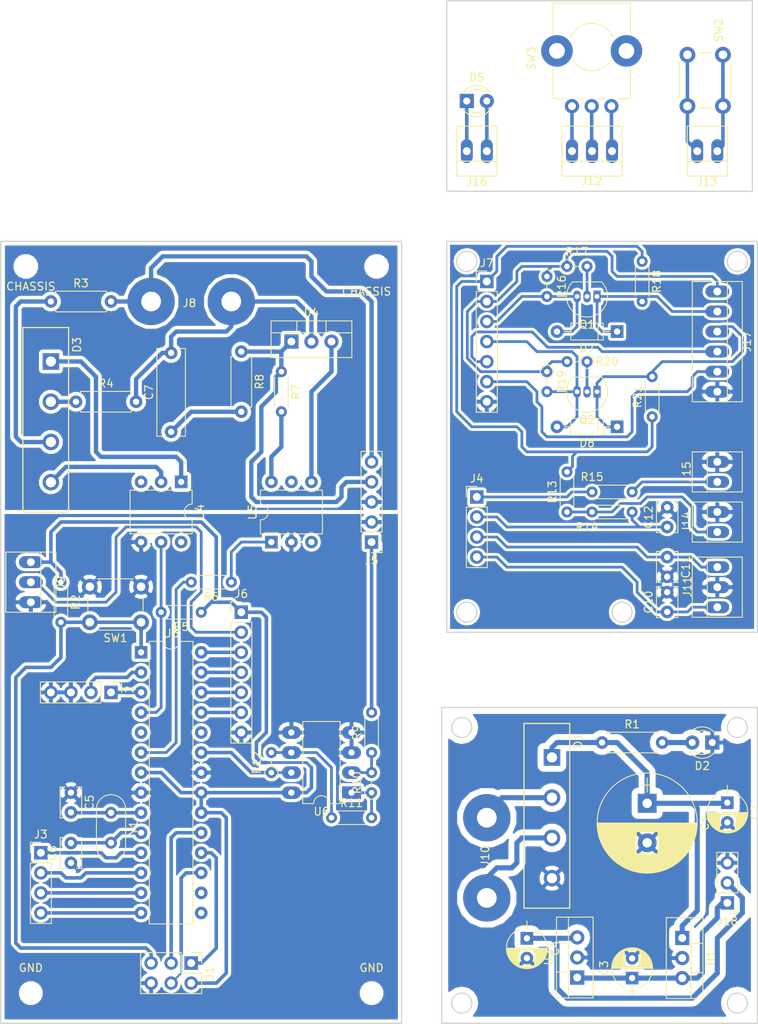
<source format=kicad_pcb>
(kicad_pcb (version 4) (host pcbnew 4.0.6)
  (layers (0 F.Cu signal hide) (31 B.Cu signal) (35 F.Paste user) (37 F.SilkS user) (39 F.Mask user) (44 Edge.Cuts user))
  (net 0 "")
  (net 1 "Net-(C1-Pad1)")
  (net 2 GND)
  (net 3 +5V)
  (net 4 "Net-(C5-Pad2)")
  (net 5 N_24Vac)
  (net 6 "Net-(D2-Pad2)")
  (net 7 "Net-(D3-Pad3)")
  (net 8 "Net-(D3-Pad2)")
  (net 9 "Net-(D3-Pad1)")
  (net 10 "Net-(D3-Pad4)")
  (net 11 HEATER+)
  (net 12 "Net-(D4-Pad3)")
  (net 13 "Net-(D5-Pad2)")
  (net 14 D12/MISO)
  (net 15 D13/SCK)
  (net 16 D11/MOSI)
  (net 17 RST)
  (net 18 D1/Tx)
  (net 19 D0/Rx)
  (net 20 PTC+)
  (net 21 CHASSIS)
  (net 22 HEATER-)
  (net 23 D2/INT0)
  (net 24 "Net-(R6-Pad1)")
  (net 25 "Net-(R7-Pad2)")
  (net 26 "Net-(R10-Pad2)")
  (net 27 "Net-(R10-Pad1)")
  (net 28 "Net-(R11-Pad1)")
  (net 29 D9)
  (net 30 D10)
  (net 31 D3)
  (net 32 D4)
  (net 33 A0)
  (net 34 A1)
  (net 35 D5)
  (net 36 A2)
  (net 37 D6)
  (net 38 A3)
  (net 39 D7)
  (net 40 D8)
  (net 41 "Net-(U4-Pad3)")
  (net 42 +3.3V)
  (net 43 "Net-(C6-Pad2)")
  (net 44 "Net-(C7-Pad1)")
  (net 45 /ENC_A)
  (net 46 /ENC_B)
  (net 47 /BUTTON)
  (net 48 A5/SCKL)
  (net 49 A4/SDAT)
  (net 50 /5V_I2C_SCKL)
  (net 51 /5V_I2C_DATA)
  (net 52 3.3V_I2C_SCKL)
  (net 53 3.3V_I2C_DATA)
  (net 54 "Net-(U4-Pad6)")
  (net 55 "Net-(U5-Pad5)")
  (net 56 "Net-(U5-Pad3)")
  (net 57 GNDA)
  (net 58 "Net-(Q1-Pad2)")
  (net 59 "Net-(Q2-Pad2)")
  (net 60 /5v)
  (net 61 +5Vcc)
  (net 62 +3.3Vcc)
  (net 63 GNDPWR)
  (net 64 "Net-(D1-Pad2)")
  (net 65 "Net-(D1-Pad4)")
  (net 66 "Net-(J12-Pad1)")
  (net 67 "Net-(J12-Pad2)")
  (net 68 "Net-(J12-Pad3)")
  (net 69 "Net-(J13-Pad1)")
  (net 70 "Net-(J13-Pad2)")
  (net 71 "Net-(J14-Pad1)")
  (net 72 "Net-(D5-Pad1)")
  (net 73 "Net-(J15-Pad1)")
  (net 74 LCD_RST)
  (net 75 LCD_BLGT)
  (net 76 "Net-(J4-Pad1)")
  (net 77 /3.3V)
  (module Capacitors_THT:CP_Radial_D12.5mm_P5.00mm (layer F.Cu) (at 264.795 125.175 270)
    (fp_text reference C1 (at 2.5 -7.31 270) (layer F.SilkS))
    (fp_text value 2200uF/16v)
    (pad 1 thru_hole rect (at 0 0 270) (size 2.4 2.4) (drill 1.2) (layers *.Cu *.Mask) (net 1 "Net-(C1-Pad1)"))
    (pad 2 thru_hole circle (at 5 0 270) (size 2.4 2.4) (drill 1.2) (layers *.Cu *.Mask) (net 63 GNDPWR))
  )
  (module Capacitors_THT:CP_Radial_D5.0mm_P2.50mm (layer F.Cu) (at 274.955 125.095 270)
    (fp_text reference C2 (at 1.25 -3.56 270) (layer F.SilkS))
    (fp_text value 100uF/16V)
    (pad 1 thru_hole rect (at 0 0 270) (size 1.6 1.6) (drill 0.8) (layers *.Cu *.Mask) (net 1 "Net-(C1-Pad1)"))
    (pad 2 thru_hole circle (at 2.5 0 270) (size 1.6 1.6) (drill 0.8) (layers *.Cu *.Mask) (net 63 GNDPWR))
  )
  (module Capacitors_THT:CP_Radial_D5.0mm_P2.50mm (layer F.Cu) (at 262.89 147.32 90)
    (fp_text reference C3 (at 1.25 -3.56 90) (layer F.SilkS))
    (fp_text value 100uF/16V)
    (pad 1 thru_hole rect (at 0 0 90) (size 1.6 1.6) (drill 0.8) (layers *.Cu *.Mask) (net 61 +5Vcc))
    (pad 2 thru_hole circle (at 2.5 0 90) (size 1.6 1.6) (drill 0.8) (layers *.Cu *.Mask) (net 63 GNDPWR))
  )
  (module Capacitors_THT:CP_Radial_D5.0mm_P2.50mm (layer F.Cu) (at 249.555 142.28 270)
    (fp_text reference C4 (at 1.25 -3.56 270) (layer F.SilkS))
    (fp_text value 100uF/10V)
    (pad 1 thru_hole rect (at 0 0 270) (size 1.6 1.6) (drill 0.8) (layers *.Cu *.Mask) (net 62 +3.3Vcc))
    (pad 2 thru_hole circle (at 2.5 0 270) (size 1.6 1.6) (drill 0.8) (layers *.Cu *.Mask) (net 63 GNDPWR))
  )
  (module Capacitors_THT:C_Disc_D3.8mm_W2.6mm_P2.50mm (layer F.Cu) (at 191.77 123.825 270)
    (fp_text reference C5 (at 1.25 -2.36 270) (layer F.SilkS))
    (fp_text value 22pF)
    (pad 1 thru_hole circle (at 0 0 270) (size 1.6 1.6) (drill 0.8) (layers *.Cu *.Mask) (net 2 GND))
    (pad 2 thru_hole circle (at 2.5 0 270) (size 1.6 1.6) (drill 0.8) (layers *.Cu *.Mask) (net 4 "Net-(C5-Pad2)"))
  )
  (module Capacitors_THT:C_Disc_D3.8mm_W2.6mm_P2.50mm (layer F.Cu) (at 191.77 132.715 90)
    (fp_text reference C6 (at 1.25 -2.36 90) (layer F.SilkS))
    (fp_text value 22pF)
    (pad 1 thru_hole circle (at 0 0 90) (size 1.6 1.6) (drill 0.8) (layers *.Cu *.Mask) (net 2 GND))
    (pad 2 thru_hole circle (at 2.5 0 90) (size 1.6 1.6) (drill 0.8) (layers *.Cu *.Mask) (net 43 "Net-(C6-Pad2)"))
  )
  (module Capacitors_THT:C_Rect_L11.0mm_W3.5mm_P10.00mm_MKT (layer F.Cu) (at 204.47 78.105 90)
    (fp_text reference C7 (at 5 -2.81 90) (layer F.SilkS))
    (fp_text value 100n/600V)
    (pad 1 thru_hole circle (at 0 0 90) (size 1.6 1.6) (drill 0.8) (layers *.Cu *.Mask) (net 44 "Net-(C7-Pad1)"))
    (pad 2 thru_hole circle (at 10 0 90) (size 1.6 1.6) (drill 0.8) (layers *.Cu *.Mask) (net 5 N_24Vac))
  )
  (module Capacitors_THT:C_Disc_D3.8mm_W2.6mm_P2.50mm (layer F.Cu) (at 267.335 100.925 90)
    (fp_text reference C10 (at 1.25 -2.36 90) (layer F.SilkS))
    (fp_text value 100n)
    (pad 1 thru_hole circle (at 0 0 90) (size 1.6 1.6) (drill 0.8) (layers *.Cu *.Mask) (net 45 /ENC_A))
    (pad 2 thru_hole circle (at 2.5 0 90) (size 1.6 1.6) (drill 0.8) (layers *.Cu *.Mask) (net 57 GNDA))
  )
  (module Capacitors_THT:C_Disc_D3.8mm_W2.6mm_P2.50mm (layer F.Cu) (at 267.335 93.98 270)
    (fp_text reference C11 (at 1.25 -2.36 270) (layer F.SilkS))
    (fp_text value 100n)
    (pad 1 thru_hole circle (at 0 0 270) (size 1.6 1.6) (drill 0.8) (layers *.Cu *.Mask) (net 46 /ENC_B))
    (pad 2 thru_hole circle (at 2.5 0 270) (size 1.6 1.6) (drill 0.8) (layers *.Cu *.Mask) (net 57 GNDA))
  )
  (module Capacitors_THT:C_Disc_D3.8mm_W2.6mm_P2.50mm (layer F.Cu) (at 267.335 90.17 90)
    (fp_text reference C12 (at 1.25 -2.36 90) (layer F.SilkS))
    (fp_text value 10n)
    (pad 1 thru_hole circle (at 0 0 90) (size 1.6 1.6) (drill 0.8) (layers *.Cu *.Mask) (net 47 /BUTTON))
    (pad 2 thru_hole circle (at 2.5 0 90) (size 1.6 1.6) (drill 0.8) (layers *.Cu *.Mask) (net 57 GNDA))
  )
  (module Diodes_THT:Diode_Bridge_18.5x5.5 (layer F.Cu) (at 252.73 134.66 270)
    (fp_text reference D1 (at -17.4 -3.3 270) (layer F.SilkS))
    (fp_text value D_Bridge_-A+A)
    (pad 3 thru_hole rect (at -15.3 0 270) (size 2.1 2.1) (drill 1.3) (layers *.Cu *.Mask) (net 1 "Net-(C1-Pad1)"))
    (pad 2 thru_hole circle (at -10.2 0 270) (size 2.1 2.1) (drill 1.3) (layers *.Cu *.Mask) (net 64 "Net-(D1-Pad2)"))
    (pad 1 thru_hole circle (at 0 0 270) (size 2.1 2.1) (drill 1.3) (layers *.Cu *.Mask) (net 63 GNDPWR))
    (pad 4 thru_hole circle (at -5.1 0 270) (size 2.1 2.1) (drill 1.3) (layers *.Cu *.Mask) (net 65 "Net-(D1-Pad4)"))
  )
  (module LEDs:LED_D3.0mm (layer F.Cu) (at 273.05 117.475 180)
    (fp_text reference D2 (at 1.27 -2.96 180) (layer F.SilkS))
    (fp_text value LED)
    (pad 1 thru_hole rect (at 0 0 180) (size 1.8 1.8) (drill 0.9) (layers *.Cu *.Mask) (net 63 GNDPWR))
    (pad 2 thru_hole circle (at 2.54 0 180) (size 1.8 1.8) (drill 0.9) (layers *.Cu *.Mask) (net 6 "Net-(D2-Pad2)"))
  )
  (module TO_SOT_Packages_THT:TO-220_Vertical (layer F.Cu) (at 219.71 66.675)
    (fp_text reference D4 (at 2.54 -3.62) (layer F.SilkS))
    (fp_text value BT137)
    (pad 1 thru_hole rect (at 0 0) (size 1.8 1.8) (drill 1) (layers *.Cu *.Mask) (net 11 HEATER+))
    (pad 2 thru_hole oval (at 2.54 0) (size 1.8 1.8) (drill 1) (layers *.Cu *.Mask) (net 5 N_24Vac))
    (pad 3 thru_hole oval (at 5.08 0) (size 1.8 1.8) (drill 1) (layers *.Cu *.Mask) (net 12 "Net-(D4-Pad3)"))
  )
  (module LEDs:LED_D3.0mm (layer F.Cu) (at 241.935 36.195)
    (fp_text reference D5 (at 1.27 -2.96) (layer F.SilkS))
    (fp_text value LED)
    (pad 1 thru_hole rect (at 0 0) (size 1.8 1.8) (drill 0.9) (layers *.Cu *.Mask) (net 72 "Net-(D5-Pad1)"))
    (pad 2 thru_hole circle (at 2.54 0) (size 1.8 1.8) (drill 0.9) (layers *.Cu *.Mask) (net 13 "Net-(D5-Pad2)"))
  )
  (module Diodes_THT:D_DO-35_SOD27_P7.62mm_Horizontal (layer F.Cu) (at 260.985 65.405 180)
    (fp_text reference D7 (at 3.81 -2.06 180) (layer F.SilkS))
    (fp_text value 1N4148)
    (pad 1 thru_hole rect (at 0 0 180) (size 1.6 1.6) (drill 0.8) (layers *.Cu *.Mask) (net 52 3.3V_I2C_SCKL))
    (pad 2 thru_hole oval (at 7.62 0 180) (size 1.6 1.6) (drill 0.8) (layers *.Cu *.Mask) (net 50 /5V_I2C_SCKL))
  )
  (module Diodes_THT:D_DO-35_SOD27_P7.62mm_Horizontal (layer F.Cu) (at 260.985 77.47 180)
    (fp_text reference D8 (at 3.81 -2.06 180) (layer F.SilkS))
    (fp_text value 1N4148)
    (pad 1 thru_hole rect (at 0 0 180) (size 1.6 1.6) (drill 0.8) (layers *.Cu *.Mask) (net 53 3.3V_I2C_DATA))
    (pad 2 thru_hole oval (at 7.62 0 180) (size 1.6 1.6) (drill 0.8) (layers *.Cu *.Mask) (net 51 /5V_I2C_DATA))
  )
  (module Pin_Headers:Pin_Header_Straight_2x03_Pitch2.54mm (layer F.Cu) (at 207.01 145.415 270)
    (fp_text reference J1 (at 1.27 -2.33 270) (layer F.SilkS))
    (fp_text value ICSP)
    (pad 1 thru_hole rect (at 0 0 270) (size 1.7 1.7) (drill 1) (layers *.Cu *.Mask) (net 14 D12/MISO))
    (pad 2 thru_hole oval (at 2.54 0 270) (size 1.7 1.7) (drill 1) (layers *.Cu *.Mask) (net 3 +5V))
    (pad 3 thru_hole oval (at 0 2.54 270) (size 1.7 1.7) (drill 1) (layers *.Cu *.Mask) (net 15 D13/SCK))
    (pad 4 thru_hole oval (at 2.54 2.54 270) (size 1.7 1.7) (drill 1) (layers *.Cu *.Mask) (net 16 D11/MOSI))
    (pad 5 thru_hole oval (at 0 5.08 270) (size 1.7 1.7) (drill 1) (layers *.Cu *.Mask) (net 17 RST))
    (pad 6 thru_hole oval (at 2.54 5.08 270) (size 1.7 1.7) (drill 1) (layers *.Cu *.Mask) (net 2 GND))
  )
  (module Pin_Headers:Pin_Header_Straight_1x04_Pitch2.54mm (layer F.Cu) (at 196.85 111.125 270)
    (fp_text reference J2 (at 0 -2.33 270) (layer F.SilkS))
    (fp_text value Serial)
    (pad 1 thru_hole rect (at 0 0 270) (size 1.7 1.7) (drill 1) (layers *.Cu *.Mask) (net 18 D1/Tx))
    (pad 2 thru_hole oval (at 0 2.54 270) (size 1.7 1.7) (drill 1) (layers *.Cu *.Mask) (net 19 D0/Rx))
    (pad 3 thru_hole oval (at 0 5.08 270) (size 1.7 1.7) (drill 1) (layers *.Cu *.Mask) (net 2 GND))
    (pad 4 thru_hole oval (at 0 7.62 270) (size 1.7 1.7) (drill 1) (layers *.Cu *.Mask) (net 2 GND))
  )
  (module Pin_Headers:Pin_Header_Straight_1x07_Pitch2.54mm (layer F.Cu) (at 213.36 100.965)
    (fp_text reference J6 (at 0 -2.33) (layer F.SilkS))
    (fp_text value LCD_MALE)
    (pad 1 thru_hole rect (at 0 0) (size 1.7 1.7) (drill 1) (layers *.Cu *.Mask) (net 3 +5V))
    (pad 2 thru_hole oval (at 0 2.54) (size 1.7 1.7) (drill 1) (layers *.Cu *.Mask) (net 42 +3.3V))
    (pad 3 thru_hole oval (at 0 5.08) (size 1.7 1.7) (drill 1) (layers *.Cu *.Mask) (net 48 A5/SCKL))
    (pad 4 thru_hole oval (at 0 7.62) (size 1.7 1.7) (drill 1) (layers *.Cu *.Mask) (net 49 A4/SDAT))
    (pad 5 thru_hole oval (at 0 10.16) (size 1.7 1.7) (drill 1) (layers *.Cu *.Mask) (net 38 A3))
    (pad 6 thru_hole oval (at 0 12.7) (size 1.7 1.7) (drill 1) (layers *.Cu *.Mask) (net 36 A2))
    (pad 7 thru_hole oval (at 0 15.24) (size 1.7 1.7) (drill 1) (layers *.Cu *.Mask) (net 2 GND))
  )
  (module Resistors_THT:R_Axial_DIN0207_L6.3mm_D2.5mm_P7.62mm_Horizontal (layer F.Cu) (at 259.08 117.475)
    (fp_text reference R1 (at 3.81 -2.31) (layer F.SilkS))
    (fp_text value 1K)
    (pad 1 thru_hole circle (at 0 0) (size 1.6 1.6) (drill 0.8) (layers *.Cu *.Mask) (net 1 "Net-(C1-Pad1)"))
    (pad 2 thru_hole oval (at 7.62 0) (size 1.6 1.6) (drill 0.8) (layers *.Cu *.Mask) (net 6 "Net-(D2-Pad2)"))
  )
  (module Resistors_THT:R_Axial_DIN0207_L6.3mm_D2.5mm_P7.62mm_Horizontal (layer F.Cu) (at 189.23 61.595)
    (fp_text reference R3 (at 3.81 -2.31) (layer F.SilkS))
    (fp_text value 3.3K)
    (pad 1 thru_hole circle (at 0 0) (size 1.6 1.6) (drill 0.8) (layers *.Cu *.Mask) (net 10 "Net-(D3-Pad4)"))
    (pad 2 thru_hole oval (at 7.62 0) (size 1.6 1.6) (drill 0.8) (layers *.Cu *.Mask) (net 22 HEATER-))
  )
  (module Resistors_THT:R_Axial_DIN0207_L6.3mm_D2.5mm_P7.62mm_Horizontal (layer F.Cu) (at 192.405 74.295)
    (fp_text reference R4 (at 3.81 -2.31) (layer F.SilkS))
    (fp_text value 3.3K)
    (pad 1 thru_hole circle (at 0 0) (size 1.6 1.6) (drill 0.8) (layers *.Cu *.Mask) (net 8 "Net-(D3-Pad2)"))
    (pad 2 thru_hole oval (at 7.62 0) (size 1.6 1.6) (drill 0.8) (layers *.Cu *.Mask) (net 5 N_24Vac))
  )
  (module Resistors_THT:R_Axial_DIN0207_L6.3mm_D2.5mm_P7.62mm_Horizontal (layer F.Cu) (at 213.36 67.945 270)
    (fp_text reference R8 (at 3.81 -2.31 270) (layer F.SilkS))
    (fp_text value 100/1W)
    (pad 1 thru_hole circle (at 0 0 270) (size 1.6 1.6) (drill 0.8) (layers *.Cu *.Mask) (net 11 HEATER+))
    (pad 2 thru_hole oval (at 7.62 0 270) (size 1.6 1.6) (drill 0.8) (layers *.Cu *.Mask) (net 44 "Net-(C7-Pad1)"))
  )
  (module Buttons_Switches_THT:SW_PUSH_6mm (layer F.Cu) (at 200.66 102.235 180)
    (fp_text reference SW1 (at 3.25 -2 180) (layer F.SilkS))
    (fp_text value Reset)
    (pad 2 thru_hole circle (at 0 4.5 270) (size 2 2) (drill 1.1) (layers *.Cu *.Mask) (net 2 GND))
    (pad 1 thru_hole circle (at 0 0 270) (size 2 2) (drill 1.1) (layers *.Cu *.Mask) (net 17 RST))
    (pad 2 thru_hole circle (at 6.5 4.5 270) (size 2 2) (drill 1.1) (layers *.Cu *.Mask) (net 2 GND))
    (pad 1 thru_hole circle (at 6.5 0 270) (size 2 2) (drill 1.1) (layers *.Cu *.Mask) (net 17 RST))
  )
  (module Buttons_Switches_THT:SW_PUSH_6mm (layer F.Cu) (at 274.400344 30.33 270)
    (fp_text reference SW2 (at -3.1 0.54 270) (layer F.SilkS))
    (fp_text value SELECT)
    (pad 2 thru_hole circle (at 0 4.5) (size 2 2) (drill 1.1) (layers *.Cu *.Mask) (net 70 "Net-(J13-Pad2)"))
    (pad 1 thru_hole circle (at 0 0) (size 2 2) (drill 1.1) (layers *.Cu *.Mask) (net 69 "Net-(J13-Pad1)"))
    (pad 2 thru_hole circle (at 6.5 4.5) (size 2 2) (drill 1.1) (layers *.Cu *.Mask) (net 70 "Net-(J13-Pad2)"))
    (pad 1 thru_hole circle (at 6.5 0) (size 2 2) (drill 1.1) (layers *.Cu *.Mask) (net 69 "Net-(J13-Pad1)"))
  )
  (module Potentiometers:Potentiometer_Bourns_PTV09A-1_Horizontal (layer F.Cu) (at 260.265 36.845 90)
    (fp_text reference SW3 (at 6.05 -10.15 90) (layer F.SilkS))
    (fp_text value Rotary_Encoder)
    (pad 3 thru_hole circle (at 0 -5 90) (size 1.8 1.8) (drill 1) (layers *.Cu *.Mask) (net 68 "Net-(J12-Pad3)"))
    (pad 2 thru_hole circle (at 0 -2.5 90) (size 1.8 1.8) (drill 1) (layers *.Cu *.Mask) (net 67 "Net-(J12-Pad2)"))
    (pad 1 thru_hole circle (at 0 0 90) (size 1.8 1.8) (drill 1) (layers *.Cu *.Mask) (net 66 "Net-(J12-Pad1)"))
    (pad 0 np_thru_hole circle (at 7 -6.9 90) (size 4 4) (drill 2) (layers *.Cu *.Mask))
    (pad 0 np_thru_hole circle (at 7 1.9 90) (size 4 4) (drill 2) (layers *.Cu *.Mask))
  )
  (module TO_SOT_Packages_THT:TO-220_Vertical (layer F.Cu) (at 269.24 142.24 270)
    (fp_text reference U1 (at 2.54 -3.62 270) (layer F.SilkS))
    (fp_text value LM7805CT)
    (pad 1 thru_hole rect (at 0 0 270) (size 1.8 1.8) (drill 1) (layers *.Cu *.Mask) (net 1 "Net-(C1-Pad1)"))
    (pad 2 thru_hole oval (at 2.54 0 270) (size 1.8 1.8) (drill 1) (layers *.Cu *.Mask) (net 63 GNDPWR))
    (pad 3 thru_hole oval (at 5.08 0 270) (size 1.8 1.8) (drill 1) (layers *.Cu *.Mask) (net 61 +5Vcc))
  )
  (module TO_SOT_Packages_THT:TO-220_Vertical (layer F.Cu) (at 255.927352 147.252468 90)
    (fp_text reference U2 (at 2.54 -3.62 90) (layer F.SilkS))
    (fp_text value LM7833)
    (pad 1 thru_hole rect (at 0 0 90) (size 1.8 1.8) (drill 1) (layers *.Cu *.Mask) (net 61 +5Vcc))
    (pad 2 thru_hole oval (at 2.54 0 90) (size 1.8 1.8) (drill 1) (layers *.Cu *.Mask) (net 63 GNDPWR))
    (pad 3 thru_hole oval (at 5.08 0 90) (size 1.8 1.8) (drill 1) (layers *.Cu *.Mask) (net 62 +3.3Vcc))
  )
  (module Housings_DIP:DIP-28_W7.62mm (layer F.Cu) (at 200.66 106.045)
    (fp_text reference U3 (at 3.81 -2.39) (layer F.SilkS))
    (fp_text value ATMEGA328P-PU)
    (pad 1 thru_hole rect (at 0 0) (size 1.6 1.6) (drill 0.8) (layers *.Cu *.Mask) (net 17 RST))
    (pad 15 thru_hole oval (at 7.62 33.02) (size 1.6 1.6) (drill 0.8) (layers *.Cu *.Mask) (net 29 D9))
    (pad 2 thru_hole oval (at 0 2.54) (size 1.6 1.6) (drill 0.8) (layers *.Cu *.Mask) (net 19 D0/Rx))
    (pad 16 thru_hole oval (at 7.62 30.48) (size 1.6 1.6) (drill 0.8) (layers *.Cu *.Mask) (net 30 D10))
    (pad 3 thru_hole oval (at 0 5.08) (size 1.6 1.6) (drill 0.8) (layers *.Cu *.Mask) (net 18 D1/Tx))
    (pad 17 thru_hole oval (at 7.62 27.94) (size 1.6 1.6) (drill 0.8) (layers *.Cu *.Mask) (net 16 D11/MOSI))
    (pad 4 thru_hole oval (at 0 7.62) (size 1.6 1.6) (drill 0.8) (layers *.Cu *.Mask) (net 23 D2/INT0))
    (pad 18 thru_hole oval (at 7.62 25.4) (size 1.6 1.6) (drill 0.8) (layers *.Cu *.Mask) (net 14 D12/MISO))
    (pad 5 thru_hole oval (at 0 10.16) (size 1.6 1.6) (drill 0.8) (layers *.Cu *.Mask) (net 31 D3))
    (pad 19 thru_hole oval (at 7.62 22.86) (size 1.6 1.6) (drill 0.8) (layers *.Cu *.Mask) (net 15 D13/SCK))
    (pad 6 thru_hole oval (at 0 12.7) (size 1.6 1.6) (drill 0.8) (layers *.Cu *.Mask) (net 32 D4))
    (pad 20 thru_hole oval (at 7.62 20.32) (size 1.6 1.6) (drill 0.8) (layers *.Cu *.Mask) (net 3 +5V))
    (pad 7 thru_hole oval (at 0 15.24) (size 1.6 1.6) (drill 0.8) (layers *.Cu *.Mask) (net 3 +5V))
    (pad 21 thru_hole oval (at 7.62 17.78) (size 1.6 1.6) (drill 0.8) (layers *.Cu *.Mask) (net 3 +5V))
    (pad 8 thru_hole oval (at 0 17.78) (size 1.6 1.6) (drill 0.8) (layers *.Cu *.Mask) (net 2 GND))
    (pad 22 thru_hole oval (at 7.62 15.24) (size 1.6 1.6) (drill 0.8) (layers *.Cu *.Mask) (net 2 GND))
    (pad 9 thru_hole oval (at 0 20.32) (size 1.6 1.6) (drill 0.8) (layers *.Cu *.Mask) (net 4 "Net-(C5-Pad2)"))
    (pad 23 thru_hole oval (at 7.62 12.7) (size 1.6 1.6) (drill 0.8) (layers *.Cu *.Mask) (net 33 A0))
    (pad 10 thru_hole oval (at 0 22.86) (size 1.6 1.6) (drill 0.8) (layers *.Cu *.Mask) (net 43 "Net-(C6-Pad2)"))
    (pad 24 thru_hole oval (at 7.62 10.16) (size 1.6 1.6) (drill 0.8) (layers *.Cu *.Mask) (net 34 A1))
    (pad 11 thru_hole oval (at 0 25.4) (size 1.6 1.6) (drill 0.8) (layers *.Cu *.Mask) (net 35 D5))
    (pad 25 thru_hole oval (at 7.62 7.62) (size 1.6 1.6) (drill 0.8) (layers *.Cu *.Mask) (net 36 A2))
    (pad 12 thru_hole oval (at 0 27.94) (size 1.6 1.6) (drill 0.8) (layers *.Cu *.Mask) (net 37 D6))
    (pad 26 thru_hole oval (at 7.62 5.08) (size 1.6 1.6) (drill 0.8) (layers *.Cu *.Mask) (net 38 A3))
    (pad 13 thru_hole oval (at 0 30.48) (size 1.6 1.6) (drill 0.8) (layers *.Cu *.Mask) (net 39 D7))
    (pad 27 thru_hole oval (at 7.62 2.54) (size 1.6 1.6) (drill 0.8) (layers *.Cu *.Mask) (net 49 A4/SDAT))
    (pad 14 thru_hole oval (at 0 33.02) (size 1.6 1.6) (drill 0.8) (layers *.Cu *.Mask) (net 40 D8))
    (pad 28 thru_hole oval (at 7.62 0) (size 1.6 1.6) (drill 0.8) (layers *.Cu *.Mask) (net 48 A5/SCKL))
  )
  (module Housings_DIP:DIP-6_W7.62mm (layer F.Cu) (at 205.74 84.455 270)
    (fp_text reference U4 (at 3.81 -2.39 270) (layer F.SilkS))
    (fp_text value 4N25)
    (pad 1 thru_hole rect (at 0 0 270) (size 1.6 1.6) (drill 0.8) (layers *.Cu *.Mask) (net 7 "Net-(D3-Pad3)"))
    (pad 4 thru_hole oval (at 7.62 5.08 270) (size 1.6 1.6) (drill 0.8) (layers *.Cu *.Mask) (net 2 GND))
    (pad 2 thru_hole oval (at 0 2.54 270) (size 1.6 1.6) (drill 0.8) (layers *.Cu *.Mask) (net 9 "Net-(D3-Pad1)"))
    (pad 5 thru_hole oval (at 7.62 2.54 270) (size 1.6 1.6) (drill 0.8) (layers *.Cu *.Mask) (net 23 D2/INT0))
    (pad 3 thru_hole oval (at 0 5.08 270) (size 1.6 1.6) (drill 0.8) (layers *.Cu *.Mask) (net 41 "Net-(U4-Pad3)"))
    (pad 6 thru_hole oval (at 7.62 0 270) (size 1.6 1.6) (drill 0.8) (layers *.Cu *.Mask) (net 54 "Net-(U4-Pad6)"))
  )
  (module Housings_DIP:DIP-6_W7.62mm (layer F.Cu) (at 217.17 92.075 90)
    (fp_text reference U5 (at 3.81 -2.39 90) (layer F.SilkS))
    (fp_text value MOC3021M)
    (pad 1 thru_hole rect (at 0 0 90) (size 1.6 1.6) (drill 0.8) (layers *.Cu *.Mask) (net 24 "Net-(R6-Pad1)"))
    (pad 4 thru_hole oval (at 7.62 5.08 90) (size 1.6 1.6) (drill 0.8) (layers *.Cu *.Mask) (net 12 "Net-(D4-Pad3)"))
    (pad 2 thru_hole oval (at 0 2.54 90) (size 1.6 1.6) (drill 0.8) (layers *.Cu *.Mask) (net 2 GND))
    (pad 5 thru_hole oval (at 7.62 2.54 90) (size 1.6 1.6) (drill 0.8) (layers *.Cu *.Mask) (net 55 "Net-(U5-Pad5)"))
    (pad 3 thru_hole oval (at 0 5.08 90) (size 1.6 1.6) (drill 0.8) (layers *.Cu *.Mask) (net 56 "Net-(U5-Pad3)"))
    (pad 6 thru_hole oval (at 7.62 0 90) (size 1.6 1.6) (drill 0.8) (layers *.Cu *.Mask) (net 25 "Net-(R7-Pad2)"))
  )
  (module Housings_DIP:DIP-8_W7.62mm_LongPads (layer F.Cu) (at 227.33 123.825 180)
    (fp_text reference U6 (at 3.81 -2.39 180) (layer F.SilkS))
    (fp_text value LM358N)
    (pad 1 thru_hole rect (at 0 0 180) (size 2.4 1.6) (drill 0.8) (layers *.Cu *.Mask) (net 27 "Net-(R10-Pad1)"))
    (pad 5 thru_hole oval (at 7.62 7.62 180) (size 2.4 1.6) (drill 0.8) (layers *.Cu *.Mask) (net 2 GND))
    (pad 2 thru_hole oval (at 0 2.54 180) (size 2.4 1.6) (drill 0.8) (layers *.Cu *.Mask) (net 26 "Net-(R10-Pad2)"))
    (pad 6 thru_hole oval (at 7.62 5.08 180) (size 2.4 1.6) (drill 0.8) (layers *.Cu *.Mask) (net 28 "Net-(R11-Pad1)"))
    (pad 3 thru_hole oval (at 0 5.08 180) (size 2.4 1.6) (drill 0.8) (layers *.Cu *.Mask) (net 2 GND))
    (pad 7 thru_hole oval (at 7.62 2.54 180) (size 2.4 1.6) (drill 0.8) (layers *.Cu *.Mask) (net 33 A0))
    (pad 4 thru_hole oval (at 0 7.62 180) (size 2.4 1.6) (drill 0.8) (layers *.Cu *.Mask) (net 2 GND))
    (pad 8 thru_hole oval (at 7.62 0 180) (size 2.4 1.6) (drill 0.8) (layers *.Cu *.Mask) (net 3 +5V))
  )
  (module Crystals:Crystal_HC52-6mm_Vertical (layer F.Cu) (at 196.85 126.375 270)
    (fp_text reference Y1 (at 1.9 -2.85 270) (layer F.SilkS))
    (fp_text value 16Mhz)
    (pad 1 thru_hole circle (at 0 0 270) (size 1.5 1.5) (drill 0.8) (layers *.Cu *.Mask) (net 4 "Net-(C5-Pad2)"))
    (pad 2 thru_hole circle (at 3.8 0 270) (size 1.5 1.5) (drill 0.8) (layers *.Cu *.Mask) (net 43 "Net-(C6-Pad2)"))
  )
  (module TO_SOT_Packages_THT:TO-92_Inline_Narrow_Oval (layer F.Cu) (at 258.445 60.96 180)
    (fp_text reference Q1 (at 1.27 -3.56 180) (layer F.SilkS))
    (fp_text value BC337)
    (pad 2 thru_hole oval (at 1.27 0) (size 0.9 1.5) (drill 0.6) (layers *.Cu *.Mask) (net 58 "Net-(Q1-Pad2)"))
    (pad 3 thru_hole oval (at 2.54 0) (size 0.9 1.5) (drill 0.6) (layers *.Cu *.Mask) (net 50 /5V_I2C_SCKL))
    (pad 1 thru_hole rect (at 0 0) (size 0.9 1.5) (drill 0.6) (layers *.Cu *.Mask) (net 52 3.3V_I2C_SCKL))
  )
  (module TO_SOT_Packages_THT:TO-92_Inline_Narrow_Oval (layer F.Cu) (at 258.445 73.025 180)
    (fp_text reference Q2 (at 1.27 -3.56 180) (layer F.SilkS))
    (fp_text value BC337)
    (pad 2 thru_hole oval (at 1.27 0) (size 0.9 1.5) (drill 0.6) (layers *.Cu *.Mask) (net 59 "Net-(Q2-Pad2)"))
    (pad 3 thru_hole oval (at 2.54 0) (size 0.9 1.5) (drill 0.6) (layers *.Cu *.Mask) (net 51 /5V_I2C_DATA))
    (pad 1 thru_hole rect (at 0 0) (size 0.9 1.5) (drill 0.6) (layers *.Cu *.Mask) (net 53 3.3V_I2C_DATA))
  )
  (module Diodes_THT:Diode_Bridge_18.5x5.5 (layer F.Cu) (at 189.23 84.495 270)
    (fp_text reference D3 (at -17.4 -3.3 270) (layer F.SilkS))
    (fp_text value KBL210)
    (pad 3 thru_hole rect (at -15.3 0 270) (size 2.1 2.1) (drill 1.3) (layers *.Cu *.Mask) (net 7 "Net-(D3-Pad3)"))
    (pad 2 thru_hole circle (at -10.2 0 270) (size 2.1 2.1) (drill 1.3) (layers *.Cu *.Mask) (net 8 "Net-(D3-Pad2)"))
    (pad 1 thru_hole circle (at 0 0 270) (size 2.1 2.1) (drill 1.3) (layers *.Cu *.Mask) (net 9 "Net-(D3-Pad1)"))
    (pad 4 thru_hole circle (at -5.1 0 270) (size 2.1 2.1) (drill 1.3) (layers *.Cu *.Mask) (net 10 "Net-(D3-Pad4)"))
  )
  (module Wire_Connections_Bridges:WireConnection_2.50mmDrill_LargePad (layer F.Cu) (at 201.93 61.595)
    (fp_text reference J8 (at 4.8514 0.2032) (layer F.SilkS))
    (fp_text value 24Vac)
    (pad 1 thru_hole circle (at 0 0) (size 5.99948 5.99948) (drill 2.49936) (layers *.Cu *.Mask) (net 22 HEATER-))
    (pad 2 thru_hole circle (at 10.16 0) (size 5.99948 5.99948) (drill 2.49936) (layers *.Cu *.Mask) (net 5 N_24Vac))
  )
  (module Connectors:PINHEAD1-3 (layer F.Cu) (at 186.69 94.615 270)
    (fp_text reference J9 (at 2.59 -3.8 270) (layer F.SilkS))
    (fp_text value "Vcc IN")
    (pad 1 thru_hole oval (at 0 0 270) (size 1.51 3.01) (drill 1) (layers *.Cu *.Mask) (net 3 +5V))
    (pad 2 thru_hole oval (at 2.54 0 270) (size 1.51 3.01) (drill 1) (layers *.Cu *.Mask) (net 42 +3.3V))
    (pad 3 thru_hole oval (at 5.08 0 270) (size 1.51 3.01) (drill 1) (layers *.Cu *.Mask) (net 2 GND))
  )
  (module Wire_Connections_Bridges:WireConnection_2.50mmDrill_LargePad (layer F.Cu) (at 244.475 127 270)
    (fp_text reference J10 (at 4.8514 0.2032 270) (layer F.SilkS))
    (fp_text value 9Vac)
    (pad 1 thru_hole circle (at 0 0 270) (size 5.99948 5.99948) (drill 2.49936) (layers *.Cu *.Mask) (net 64 "Net-(D1-Pad2)"))
    (pad 2 thru_hole circle (at 10.16 0 270) (size 5.99948 5.99948) (drill 2.49936) (layers *.Cu *.Mask) (net 65 "Net-(D1-Pad4)"))
  )
  (module Connectors:PINHEAD1-3 (layer F.Cu) (at 273.685 100.33 90)
    (fp_text reference J11 (at 2.59 -3.8 90) (layer F.SilkS))
    (fp_text value ENCODER_MALE)
    (pad 1 thru_hole oval (at 0 0 90) (size 1.51 3.01) (drill 1) (layers *.Cu *.Mask) (net 45 /ENC_A))
    (pad 2 thru_hole oval (at 2.54 0 90) (size 1.51 3.01) (drill 1) (layers *.Cu *.Mask) (net 57 GNDA))
    (pad 3 thru_hole oval (at 5.08 0 90) (size 1.51 3.01) (drill 1) (layers *.Cu *.Mask) (net 46 /ENC_B))
  )
  (module Connectors:PINHEAD1-3 (layer F.Cu) (at 260.35 42.545 180)
    (fp_text reference J12 (at 2.59 -3.8 180) (layer F.SilkS))
    (fp_text value ENCODER_FEMALE)
    (pad 1 thru_hole oval (at 0 0 180) (size 1.51 3.01) (drill 1) (layers *.Cu *.Mask) (net 66 "Net-(J12-Pad1)"))
    (pad 2 thru_hole oval (at 2.54 0 180) (size 1.51 3.01) (drill 1) (layers *.Cu *.Mask) (net 67 "Net-(J12-Pad2)"))
    (pad 3 thru_hole oval (at 5.08 0 180) (size 1.51 3.01) (drill 1) (layers *.Cu *.Mask) (net 68 "Net-(J12-Pad3)"))
  )
  (module Connectors:PINHEAD1-2 (layer F.Cu) (at 273.685 42.545 180)
    (fp_text reference J13 (at 1.27 -3.9 180) (layer F.SilkS))
    (fp_text value BUTTON_FEMALE)
    (pad 1 thru_hole oval (at 0 0 180) (size 1.51 3.01) (drill 1) (layers *.Cu *.Mask) (net 69 "Net-(J13-Pad1)"))
    (pad 2 thru_hole oval (at 2.54 0 180) (size 1.51 3.01) (drill 1) (layers *.Cu *.Mask) (net 70 "Net-(J13-Pad2)"))
  )
  (module Connectors:PINHEAD1-2 (layer F.Cu) (at 273.685 90.805 90)
    (fp_text reference J14 (at 1.27 -3.9 90) (layer F.SilkS))
    (fp_text value BUTTON_MALE)
    (pad 1 thru_hole oval (at 0 0 90) (size 1.51 3.01) (drill 1) (layers *.Cu *.Mask) (net 71 "Net-(J14-Pad1)"))
    (pad 2 thru_hole oval (at 2.54 0 90) (size 1.51 3.01) (drill 1) (layers *.Cu *.Mask) (net 57 GNDA))
  )
  (module Connectors:PINHEAD1-2 (layer F.Cu) (at 273.685 84.455 90)
    (fp_text reference J15 (at 1.27 -3.9 90) (layer F.SilkS))
    (fp_text value LED_MALE)
    (pad 1 thru_hole oval (at 0 0 90) (size 1.51 3.01) (drill 1) (layers *.Cu *.Mask) (net 73 "Net-(J15-Pad1)"))
    (pad 2 thru_hole oval (at 2.54 0 90) (size 1.51 3.01) (drill 1) (layers *.Cu *.Mask) (net 57 GNDA))
  )
  (module Connectors:PINHEAD1-2 (layer F.Cu) (at 244.475 42.545 180)
    (fp_text reference J16 (at 1.27 -3.9 180) (layer F.SilkS))
    (fp_text value LED_FEMALE)
    (pad 1 thru_hole oval (at 0 0 180) (size 1.51 3.01) (drill 1) (layers *.Cu *.Mask) (net 13 "Net-(D5-Pad2)"))
    (pad 2 thru_hole oval (at 2.54 0 180) (size 1.51 3.01) (drill 1) (layers *.Cu *.Mask) (net 72 "Net-(D5-Pad1)"))
  )
  (module Resistors_THT:R_Axial_DIN0204_L3.6mm_D1.6mm_P5.08mm_Horizontal (layer F.Cu) (at 190.5 97.155 270)
    (fp_text reference R2 (at 2.54 -1.86 270) (layer F.SilkS))
    (fp_text value 10K)
    (pad 1 thru_hole circle (at 0 0 270) (size 1.4 1.4) (drill 0.7) (layers *.Cu *.Mask) (net 3 +5V))
    (pad 2 thru_hole oval (at 5.08 0 270) (size 1.4 1.4) (drill 0.7) (layers *.Cu *.Mask) (net 17 RST))
  )
  (module Resistors_THT:R_Axial_DIN0204_L3.6mm_D1.6mm_P5.08mm_Horizontal (layer F.Cu) (at 212.09 97.155 180)
    (fp_text reference R6 (at 2.54 -1.86 180) (layer F.SilkS))
    (fp_text value 470)
    (pad 1 thru_hole circle (at 0 0 180) (size 1.4 1.4) (drill 0.7) (layers *.Cu *.Mask) (net 24 "Net-(R6-Pad1)"))
    (pad 2 thru_hole oval (at 5.08 0 180) (size 1.4 1.4) (drill 0.7) (layers *.Cu *.Mask) (net 32 D4))
  )
  (module Resistors_THT:R_Axial_DIN0204_L3.6mm_D1.6mm_P5.08mm_Horizontal (layer F.Cu) (at 218.44 70.485 270)
    (fp_text reference R7 (at 2.54 -1.86 270) (layer F.SilkS))
    (fp_text value 1K)
    (pad 1 thru_hole circle (at 0 0 270) (size 1.4 1.4) (drill 0.7) (layers *.Cu *.Mask) (net 11 HEATER+))
    (pad 2 thru_hole oval (at 5.08 0 270) (size 1.4 1.4) (drill 0.7) (layers *.Cu *.Mask) (net 25 "Net-(R7-Pad2)"))
  )
  (module Resistors_THT:R_Axial_DIN0204_L3.6mm_D1.6mm_P2.54mm_Vertical (layer F.Cu) (at 252.095 58.42 270)
    (fp_text reference R16 (at 1.27 -1.86 270) (layer F.SilkS))
    (fp_text value 10K)
    (pad 1 thru_hole circle (at 0 0 270) (size 1.4 1.4) (drill 0.7) (layers *.Cu *.Mask) (net 77 /3.3V))
    (pad 2 thru_hole oval (at 2.54 0 270) (size 1.4 1.4) (drill 0.7) (layers *.Cu *.Mask) (net 50 /5V_I2C_SCKL))
  )
  (module Resistors_THT:R_Axial_DIN0204_L3.6mm_D1.6mm_P2.54mm_Vertical (layer F.Cu) (at 254.635 57.15)
    (fp_text reference R17 (at 1.27 -1.86) (layer F.SilkS))
    (fp_text value 10K)
    (pad 1 thru_hole circle (at 0 0) (size 1.4 1.4) (drill 0.7) (layers *.Cu *.Mask) (net 77 /3.3V))
    (pad 2 thru_hole oval (at 2.54 0) (size 1.4 1.4) (drill 0.7) (layers *.Cu *.Mask) (net 58 "Net-(Q1-Pad2)"))
  )
  (module Resistors_THT:R_Axial_DIN0204_L3.6mm_D1.6mm_P2.54mm_Vertical (layer F.Cu) (at 252.095 70.485 270)
    (fp_text reference R19 (at 1.27 -1.86 270) (layer F.SilkS))
    (fp_text value 10K)
    (pad 1 thru_hole circle (at 0 0 270) (size 1.4 1.4) (drill 0.7) (layers *.Cu *.Mask) (net 77 /3.3V))
    (pad 2 thru_hole oval (at 2.54 0 270) (size 1.4 1.4) (drill 0.7) (layers *.Cu *.Mask) (net 51 /5V_I2C_DATA))
  )
  (module Resistors_THT:R_Axial_DIN0204_L3.6mm_D1.6mm_P2.54mm_Vertical (layer F.Cu) (at 257.175 69.215 180)
    (fp_text reference R20 (at -2.54 0 180) (layer F.SilkS))
    (fp_text value 10K)
    (pad 1 thru_hole circle (at 0 0 180) (size 1.4 1.4) (drill 0.7) (layers *.Cu *.Mask) (net 59 "Net-(Q2-Pad2)"))
    (pad 2 thru_hole oval (at 2.54 0 180) (size 1.4 1.4) (drill 0.7) (layers *.Cu *.Mask) (net 77 /3.3V))
  )
  (module Resistors_THT:R_Axial_DIN0204_L3.6mm_D1.6mm_P5.08mm_Horizontal (layer F.Cu) (at 208.28 100.965 180)
    (fp_text reference R5 (at 2.54 -1.86 180) (layer F.SilkS))
    (fp_text value 10K)
    (pad 1 thru_hole circle (at 0 0 180) (size 1.4 1.4) (drill 0.7) (layers *.Cu *.Mask) (net 3 +5V))
    (pad 2 thru_hole oval (at 5.08 0 180) (size 1.4 1.4) (drill 0.7) (layers *.Cu *.Mask) (net 23 D2/INT0))
  )
  (module Resistors_THT:R_Axial_DIN0204_L3.6mm_D1.6mm_P2.54mm_Vertical (layer F.Cu) (at 217.17 121.285 90)
    (fp_text reference R12 (at 1.27 -1.86 90) (layer F.SilkS))
    (fp_text value 2.2K)
    (pad 1 thru_hole circle (at 0 0 90) (size 1.4 1.4) (drill 0.7) (layers *.Cu *.Mask) (net 33 A0))
    (pad 2 thru_hole oval (at 2.54 0 90) (size 1.4 1.4) (drill 0.7) (layers *.Cu *.Mask) (net 28 "Net-(R11-Pad1)"))
  )
  (module Resistors_THT:R_Axial_DIN0204_L3.6mm_D1.6mm_P5.08mm_Horizontal (layer F.Cu) (at 229.87 118.745 90)
    (fp_text reference R9 (at 2.54 -1.86 90) (layer F.SilkS))
    (fp_text value 1K)
    (pad 1 thru_hole circle (at 0 0 90) (size 1.4 1.4) (drill 0.7) (layers *.Cu *.Mask) (net 26 "Net-(R10-Pad2)"))
    (pad 2 thru_hole oval (at 5.08 0 90) (size 1.4 1.4) (drill 0.7) (layers *.Cu *.Mask) (net 20 PTC+))
  )
  (module Resistors_THT:R_Axial_DIN0204_L3.6mm_D1.6mm_P2.54mm_Vertical (layer F.Cu) (at 229.87 123.825 90)
    (fp_text reference R10 (at 1.27 -1.86 90) (layer F.SilkS))
    (fp_text value 10K)
    (pad 1 thru_hole circle (at 0 0 90) (size 1.4 1.4) (drill 0.7) (layers *.Cu *.Mask) (net 27 "Net-(R10-Pad1)"))
    (pad 2 thru_hole oval (at 2.54 0 90) (size 1.4 1.4) (drill 0.7) (layers *.Cu *.Mask) (net 26 "Net-(R10-Pad2)"))
  )
  (module Resistors_THT:R_Axial_DIN0204_L3.6mm_D1.6mm_P5.08mm_Horizontal (layer F.Cu) (at 224.79 127)
    (fp_text reference R11 (at 2.54 -1.86) (layer F.SilkS))
    (fp_text value 1K)
    (pad 1 thru_hole circle (at 0 0) (size 1.4 1.4) (drill 0.7) (layers *.Cu *.Mask) (net 28 "Net-(R11-Pad1)"))
    (pad 2 thru_hole oval (at 5.08 0) (size 1.4 1.4) (drill 0.7) (layers *.Cu *.Mask) (net 27 "Net-(R10-Pad1)"))
  )
  (module Resistors_THT:R_Axial_DIN0204_L3.6mm_D1.6mm_P5.08mm_Horizontal (layer F.Cu) (at 265.43 76.2 90)
    (fp_text reference R21 (at 2.54 -1.86 90) (layer F.SilkS))
    (fp_text value 10K)
    (pad 1 thru_hole circle (at 0 0 90) (size 1.4 1.4) (drill 0.7) (layers *.Cu *.Mask) (net 60 /5v))
    (pad 2 thru_hole oval (at 5.08 0 90) (size 1.4 1.4) (drill 0.7) (layers *.Cu *.Mask) (net 53 3.3V_I2C_DATA))
  )
  (module Pin_Headers:Pin_Header_Straight_1x04_Pitch2.54mm (layer F.Cu) (at 187.96 131.445)
    (fp_text reference J3 (at 0 -2.33) (layer F.SilkS))
    (fp_text value PAD_MALE)
    (pad 1 thru_hole rect (at 0 0) (size 1.7 1.7) (drill 1) (layers *.Cu *.Mask) (net 35 D5))
    (pad 2 thru_hole oval (at 0 2.54) (size 1.7 1.7) (drill 1) (layers *.Cu *.Mask) (net 37 D6))
    (pad 3 thru_hole oval (at 0 5.08) (size 1.7 1.7) (drill 1) (layers *.Cu *.Mask) (net 39 D7))
    (pad 4 thru_hole oval (at 0 7.62) (size 1.7 1.7) (drill 1) (layers *.Cu *.Mask) (net 40 D8))
  )
  (module Pin_Headers:Pin_Header_Straight_1x04_Pitch2.54mm (layer F.Cu) (at 243.205 86.36)
    (fp_text reference J4 (at 0 -2.33) (layer F.SilkS))
    (fp_text value PAD_FEMALE)
    (pad 1 thru_hole rect (at 0 0) (size 1.7 1.7) (drill 1) (layers *.Cu *.Mask) (net 76 "Net-(J4-Pad1)"))
    (pad 2 thru_hole oval (at 0 2.54) (size 1.7 1.7) (drill 1) (layers *.Cu *.Mask) (net 47 /BUTTON))
    (pad 3 thru_hole oval (at 0 5.08) (size 1.7 1.7) (drill 1) (layers *.Cu *.Mask) (net 46 /ENC_B))
    (pad 4 thru_hole oval (at 0 7.62) (size 1.7 1.7) (drill 1) (layers *.Cu *.Mask) (net 45 /ENC_A))
  )
  (module Resistors_THT:R_Axial_DIN0204_L3.6mm_D1.6mm_P5.08mm_Horizontal (layer F.Cu) (at 254.635 88.265 90)
    (fp_text reference R13 (at 2.54 -1.86 90) (layer F.SilkS))
    (fp_text value 10K)
    (pad 1 thru_hole circle (at 0 0 90) (size 1.4 1.4) (drill 0.7) (layers *.Cu *.Mask) (net 71 "Net-(J14-Pad1)"))
    (pad 2 thru_hole oval (at 5.08 0 90) (size 1.4 1.4) (drill 0.7) (layers *.Cu *.Mask) (net 60 /5v))
  )
  (module Resistors_THT:R_Axial_DIN0204_L3.6mm_D1.6mm_P5.08mm_Horizontal (layer F.Cu) (at 257.81 88.265)
    (fp_text reference R14 (at -0.635 1.905) (layer F.SilkS))
    (fp_text value 10K)
    (pad 1 thru_hole circle (at 0 0) (size 1.4 1.4) (drill 0.7) (layers *.Cu *.Mask) (net 71 "Net-(J14-Pad1)"))
    (pad 2 thru_hole oval (at 5.08 0) (size 1.4 1.4) (drill 0.7) (layers *.Cu *.Mask) (net 47 /BUTTON))
  )
  (module Resistors_THT:R_Axial_DIN0204_L3.6mm_D1.6mm_P5.08mm_Horizontal (layer F.Cu) (at 262.89 85.725 180)
    (fp_text reference R15 (at 5.08 1.905 180) (layer F.SilkS))
    (fp_text value 330)
    (pad 1 thru_hole circle (at 0 0 180) (size 1.4 1.4) (drill 0.7) (layers *.Cu *.Mask) (net 73 "Net-(J15-Pad1)"))
    (pad 2 thru_hole oval (at 5.08 0 180) (size 1.4 1.4) (drill 0.7) (layers *.Cu *.Mask) (net 76 "Net-(J4-Pad1)"))
  )
  (module Resistors_THT:R_Axial_DIN0204_L3.6mm_D1.6mm_P5.08mm_Horizontal (layer F.Cu) (at 264.16 56.515 270)
    (fp_text reference R18 (at 2.54 -1.86 270) (layer F.SilkS))
    (fp_text value 10K)
    (pad 1 thru_hole circle (at 0 0 270) (size 1.4 1.4) (drill 0.7) (layers *.Cu *.Mask) (net 60 /5v))
    (pad 2 thru_hole oval (at 5.08 0 270) (size 1.4 1.4) (drill 0.7) (layers *.Cu *.Mask) (net 52 3.3V_I2C_SCKL))
  )
  (module Pin_Headers:Pin_Header_Straight_1x07_Pitch2.54mm (layer F.Cu) (at 244.475 59.055)
    (fp_text reference J7 (at 0 -2.33) (layer F.SilkS))
    (fp_text value LCD_FEMALE)
    (pad 1 thru_hole rect (at 0 0) (size 1.7 1.7) (drill 1) (layers *.Cu *.Mask) (net 60 /5v))
    (pad 2 thru_hole oval (at 0 2.54) (size 1.7 1.7) (drill 1) (layers *.Cu *.Mask) (net 77 /3.3V))
    (pad 3 thru_hole oval (at 0 5.08) (size 1.7 1.7) (drill 1) (layers *.Cu *.Mask) (net 50 /5V_I2C_SCKL))
    (pad 4 thru_hole oval (at 0 7.62) (size 1.7 1.7) (drill 1) (layers *.Cu *.Mask) (net 51 /5V_I2C_DATA))
    (pad 5 thru_hole oval (at 0 10.16) (size 1.7 1.7) (drill 1) (layers *.Cu *.Mask) (net 74 LCD_RST))
    (pad 6 thru_hole oval (at 0 12.7) (size 1.7 1.7) (drill 1) (layers *.Cu *.Mask) (net 75 LCD_BLGT))
    (pad 7 thru_hole oval (at 0 15.24) (size 1.7 1.7) (drill 1) (layers *.Cu *.Mask) (net 57 GNDA))
  )
  (module Pin_Headers:Pin_Header_Straight_1x03_Pitch2.54mm (layer F.Cu) (at 274.955 137.795 180)
    (fp_text reference J18 (at 0 -2.33 180) (layer F.SilkS))
    (fp_text value CONN_01X03)
    (pad 1 thru_hole rect (at 0 0 180) (size 1.7 1.7) (drill 1) (layers *.Cu *.Mask) (net 61 +5Vcc))
    (pad 2 thru_hole oval (at 0 2.54 180) (size 1.7 1.7) (drill 1) (layers *.Cu *.Mask) (net 62 +3.3Vcc))
    (pad 3 thru_hole oval (at 0 5.08 180) (size 1.7 1.7) (drill 1) (layers *.Cu *.Mask) (net 63 GNDPWR))
  )
  (module Pin_Headers:Pin_Header_Straight_1x05_Pitch2.54mm (layer F.Cu) (at 229.87 92.075 180)
    (fp_text reference J5 (at 0 -2.33 180) (layer F.SilkS))
    (fp_text value "SOLDERING IRON")
    (pad 1 thru_hole rect (at 0 0 180) (size 1.7 1.7) (drill 1) (layers *.Cu *.Mask) (net 20 PTC+))
    (pad 2 thru_hole oval (at 0 2.54 180) (size 1.7 1.7) (drill 1) (layers *.Cu *.Mask) (net 2 GND))
    (pad 3 thru_hole oval (at 0 5.08 180) (size 1.7 1.7) (drill 1) (layers *.Cu *.Mask) (net 21 CHASSIS))
    (pad 4 thru_hole oval (at 0 7.62 180) (size 1.7 1.7) (drill 1) (layers *.Cu *.Mask) (net 11 HEATER+))
    (pad 5 thru_hole oval (at 0 10.16 180) (size 1.7 1.7) (drill 1) (layers *.Cu *.Mask) (net 22 HEATER-))
  )
  (module Connectors:PINHEAD1-6 (layer F.Cu) (at 273.685 60.325 270)
    (fp_text reference J17 (at 6.35 -3.75 270) (layer F.SilkS))
    (fp_text value LCD_I2C)
    (pad 1 thru_hole oval (at 0 0 270) (size 1.51 3.01) (drill 1) (layers *.Cu *.Mask) (net 77 /3.3V))
    (pad 2 thru_hole oval (at 2.54 0 270) (size 1.51 3.01) (drill 1) (layers *.Cu *.Mask) (net 52 3.3V_I2C_SCKL))
    (pad 3 thru_hole oval (at 5.08 0 270) (size 1.51 3.01) (drill 1) (layers *.Cu *.Mask) (net 53 3.3V_I2C_DATA))
    (pad 4 thru_hole oval (at 7.62 0 270) (size 1.51 3.01) (drill 1) (layers *.Cu *.Mask) (net 74 LCD_RST))
    (pad 5 thru_hole oval (at 10.16 0 270) (size 1.51 3.01) (drill 1) (layers *.Cu *.Mask) (net 75 LCD_BLGT))
    (pad 6 thru_hole oval (at 12.7 0 270) (size 1.51 3.01) (drill 1) (layers *.Cu *.Mask) (net 57 GNDA))
  )
  (module Mounting_Holes:MountingHole_2.2mm_M2 (layer F.Cu) (at 186.055 57.15)
    (fp_text reference CHASSIS (at 0.635 2.54 180) (layer F.SilkS))
    (fp_text value MountingHole_2.2mm_M2 hide)
    (pad 1 np_thru_hole circle (at 0 0) (size 2.2 2.2) (drill 2.2) (layers *.Cu *.Mask))
  )
  (module Mounting_Holes:MountingHole_2.2mm_M2 (layer F.Cu) (at 230.505 57.15)
    (fp_text reference CHASSIS (at -1.27 3.175) (layer F.SilkS))
    (fp_text value MountingHole_2.2mm_M2 hide)
    (pad 1 np_thru_hole circle (at 0 0) (size 2.2 2.2) (drill 2.2) (layers *.Cu *.Mask))
  )
  (module Mounting_Holes:MountingHole_2.2mm_M2 (layer F.Cu) (at 229.87 149.225)
    (fp_text reference GND (at 0 -3.2) (layer F.SilkS))
    (fp_text value MountingHole_2.2mm_M2 hide)
    (pad 1 np_thru_hole circle (at 0 0) (size 2.2 2.2) (drill 2.2) (layers *.Cu *.Mask))
  )
  (module Mounting_Holes:MountingHole_2.2mm_M2 (layer F.Cu) (at 186.69 149.225)
    (fp_text reference GND (at 0 -3.2) (layer F.SilkS))
    (fp_text value MountingHole_2.2mm_M2 hide)
    (pad 1 np_thru_hole circle (at 0 0) (size 2.2 2.2) (drill 2.2) (layers *.Cu *.Mask))
  )
  (gr_line (start 239.395 47.625) (end 278.13 47.625) (layer Edge.Cuts) (width 0.15))
  (gr_line (start 239.395 23.495) (end 239.395 47.625) (layer Edge.Cuts) (width 0.15))
  (gr_line (start 278.13 23.495) (end 239.395 23.495) (layer Edge.Cuts) (width 0.15))
  (gr_line (start 278.13 47.625) (end 278.13 23.495) (layer Edge.Cuts) (width 0.15))
  (gr_circle (center 261.62 100.965) (end 261.62 102.235) (layer Edge.Cuts) (width 0.15))
  (gr_circle (center 241.935 100.965) (end 241.935 102.235) (layer Edge.Cuts) (width 0.15))
  (gr_circle (center 241.935 56.515) (end 241.935 57.785) (layer Edge.Cuts) (width 0.15))
  (gr_circle (center 276.225 56.515) (end 276.225 57.785) (layer Edge.Cuts) (width 0.15))
  (gr_circle (center 276.225 150.495) (end 276.225 151.765) (layer Edge.Cuts) (width 0.15))
  (gr_circle (center 241.3 150.495) (end 241.3 151.765) (layer Edge.Cuts) (width 0.15))
  (gr_circle (center 276.225 115.57) (end 276.225 116.84) (layer Edge.Cuts) (width 0.15))
  (gr_circle (center 241.3 115.57) (end 241.3 116.84) (layer Edge.Cuts) (width 0.15))
  (gr_line (start 238.76 153.035) (end 278.765 153.035) (layer Edge.Cuts) (width 0.15))
  (gr_line (start 238.76 113.03) (end 238.76 153.035) (layer Edge.Cuts) (width 0.15))
  (gr_line (start 278.765 113.03) (end 238.76 113.03) (layer Edge.Cuts) (width 0.15))
  (gr_line (start 278.765 153.035) (end 278.765 113.03) (layer Edge.Cuts) (width 0.15))
  (gr_line (start 239.395 103.505) (end 239.395 53.975) (layer Edge.Cuts) (width 0.15))
  (gr_line (start 278.765 103.505) (end 239.395 103.505) (layer Edge.Cuts) (width 0.15))
  (gr_line (start 278.765 53.975) (end 278.765 103.505) (layer Edge.Cuts) (width 0.15))
  (gr_line (start 239.395 53.975) (end 278.765 53.975) (layer Edge.Cuts) (width 0.15))
  (gr_line (start 182.88 53.975) (end 233.68 53.975) (layer Edge.Cuts) (width 0.15))
  (gr_line (start 182.88 153.035) (end 182.88 53.975) (layer Edge.Cuts) (width 0.15))
  (gr_line (start 233.68 153.035) (end 182.88 153.035) (layer Edge.Cuts) (width 0.15))
  (gr_line (start 233.68 53.975) (end 233.68 153.035) (layer Edge.Cuts) (width 0.15))
  (segment (start 269.24 140.69) (end 271.145 138.785) (width 0.65) (layer B.Cu) (net 1))
  (segment (start 271.145 138.785) (end 271.145 125.81) (width 0.65) (layer B.Cu) (net 1))
  (segment (start 271.145 125.81) (end 270.51 125.175) (width 0.65) (layer B.Cu) (net 1))
  (segment (start 270.51 125.175) (end 274.875 125.175) (width 0.65) (layer B.Cu) (net 1))
  (segment (start 264.795 125.175) (end 270.51 125.175) (width 0.65) (layer B.Cu) (net 1))
  (segment (start 269.24 142.24) (end 269.24 140.69) (width 0.65) (layer B.Cu) (net 1))
  (segment (start 274.875 125.175) (end 274.955 125.095) (width 0.65) (layer B.Cu) (net 1))
  (segment (start 260.985 117.475) (end 264.795 121.285) (width 0.65) (layer B.Cu) (net 1))
  (segment (start 264.795 121.285) (end 264.795 125.175) (width 0.65) (layer B.Cu) (net 1))
  (segment (start 259.08 117.475) (end 260.985 117.475) (width 0.65) (layer B.Cu) (net 1))
  (segment (start 252.73 118.11) (end 252.73 119.36) (width 0.65) (layer B.Cu) (net 1))
  (segment (start 253.365 117.475) (end 252.73 118.11) (width 0.65) (layer B.Cu) (net 1))
  (segment (start 259.08 117.475) (end 253.365 117.475) (width 0.65) (layer B.Cu) (net 1))
  (segment (start 210.185 99.06) (end 209.55 99.695) (width 0.45) (layer B.Cu) (net 3))
  (segment (start 210.185 91.44) (end 210.185 99.06) (width 0.45) (layer B.Cu) (net 3))
  (segment (start 208.28 89.535) (end 210.185 91.44) (width 0.45) (layer B.Cu) (net 3))
  (segment (start 216.535 116.205) (end 215.265 117.475) (width 0.45) (layer B.Cu) (net 3))
  (segment (start 215.265 117.475) (end 215.265 119.38) (width 0.45) (layer B.Cu) (net 3))
  (segment (start 215.265 119.38) (end 215.9 120.015) (width 0.45) (layer B.Cu) (net 3))
  (segment (start 215.9 120.015) (end 216.535 120.015) (width 0.45) (layer B.Cu) (net 3))
  (segment (start 216.535 101.6) (end 216.535 116.205) (width 0.45) (layer B.Cu) (net 3))
  (segment (start 222.25 120.65) (end 222.25 123.19) (width 0.45) (layer B.Cu) (net 3))
  (segment (start 216.535 113.03) (end 216.535 116.205) (width 0.35) (layer B.Cu) (net 3))
  (segment (start 216.535 120.015) (end 221.615 120.015) (width 0.35) (layer B.Cu) (net 3))
  (segment (start 221.615 120.015) (end 222.25 120.65) (width 0.35) (layer B.Cu) (net 3))
  (segment (start 211.455 127) (end 210.82 126.365) (width 0.45) (layer B.Cu) (net 3))
  (segment (start 210.82 126.365) (end 208.28 126.365) (width 0.45) (layer B.Cu) (net 3))
  (segment (start 211.455 146.685) (end 211.455 127) (width 0.45) (layer B.Cu) (net 3))
  (segment (start 210.185 147.955) (end 211.455 146.685) (width 0.45) (layer B.Cu) (net 3))
  (segment (start 207.01 147.955) (end 210.185 147.955) (width 0.45) (layer B.Cu) (net 3))
  (segment (start 205.74 123.825) (end 203.2 121.285) (width 0.45) (layer B.Cu) (net 3))
  (segment (start 203.2 121.285) (end 200.66 121.285) (width 0.45) (layer B.Cu) (net 3))
  (segment (start 208.28 123.825) (end 205.74 123.825) (width 0.45) (layer B.Cu) (net 3))
  (segment (start 208.28 123.825) (end 208.28 126.365) (width 0.45) (layer B.Cu) (net 3))
  (segment (start 219.71 123.825) (end 208.28 123.825) (width 0.45) (layer B.Cu) (net 3))
  (segment (start 222.25 123.19) (end 221.615 123.825) (width 0.45) (layer B.Cu) (net 3))
  (segment (start 221.615 123.825) (end 219.71 123.825) (width 0.45) (layer B.Cu) (net 3))
  (segment (start 216.535 101.6) (end 216.535 113.03) (width 0.45) (layer B.Cu) (net 3))
  (segment (start 215.9 100.965) (end 216.535 101.6) (width 0.45) (layer B.Cu) (net 3))
  (segment (start 213.36 100.965) (end 215.9 100.965) (width 0.45) (layer B.Cu) (net 3))
  (segment (start 212.09 99.695) (end 213.36 100.965) (width 0.45) (layer B.Cu) (net 3))
  (segment (start 209.55 99.695) (end 212.09 99.695) (width 0.45) (layer B.Cu) (net 3))
  (segment (start 209.55 99.695) (end 208.28 100.965) (width 0.45) (layer B.Cu) (net 3))
  (segment (start 190.5 89.535) (end 208.28 89.535) (width 0.45) (layer B.Cu) (net 3))
  (segment (start 189.23 90.805) (end 190.5 89.535) (width 0.45) (layer B.Cu) (net 3))
  (segment (start 189.23 94.615) (end 189.23 90.805) (width 0.45) (layer B.Cu) (net 3))
  (segment (start 189.23 94.615) (end 190.5 95.885) (width 0.45) (layer B.Cu) (net 3))
  (segment (start 190.5 95.885) (end 190.5 97.155) (width 0.45) (layer B.Cu) (net 3))
  (segment (start 186.69 94.615) (end 189.23 94.615) (width 0.45) (layer B.Cu) (net 3))
  (segment (start 196.85 126.375) (end 191.82 126.375) (width 0.45) (layer B.Cu) (net 4))
  (segment (start 191.82 126.375) (end 191.77 126.325) (width 0.45) (layer B.Cu) (net 4))
  (segment (start 196.85 126.375) (end 200.65 126.375) (width 0.45) (layer B.Cu) (net 4))
  (segment (start 200.65 126.375) (end 200.66 126.365) (width 0.45) (layer B.Cu) (net 4))
  (segment (start 204.47 68.105) (end 203.33863 68.105) (width 0.55) (layer B.Cu) (net 5))
  (segment (start 203.33863 68.105) (end 200.025 71.41863) (width 0.55) (layer B.Cu) (net 5))
  (segment (start 200.025 71.41863) (end 200.025 73.16363) (width 0.55) (layer B.Cu) (net 5))
  (segment (start 200.025 73.16363) (end 200.025 74.295) (width 0.55) (layer B.Cu) (net 5))
  (segment (start 222.25 66.675) (end 222.25 63.5) (width 0.55) (layer B.Cu) (net 5))
  (segment (start 222.25 63.5) (end 220.345 61.595) (width 0.55) (layer B.Cu) (net 5))
  (segment (start 220.345 61.595) (end 212.09 61.595) (width 0.55) (layer B.Cu) (net 5))
  (segment (start 205.105 65.405) (end 204.47 66.04) (width 0.55) (layer B.Cu) (net 5))
  (segment (start 204.47 66.04) (end 204.47 68.105) (width 0.55) (layer B.Cu) (net 5))
  (segment (start 211.455 65.405) (end 205.105 65.405) (width 0.55) (layer B.Cu) (net 5))
  (segment (start 212.09 64.77) (end 211.455 65.405) (width 0.55) (layer B.Cu) (net 5))
  (segment (start 212.09 61.595) (end 212.09 64.77) (width 0.55) (layer B.Cu) (net 5))
  (segment (start 266.7 117.475) (end 270.51 117.475) (width 0.65) (layer B.Cu) (net 6))
  (segment (start 205.105 81.28) (end 205.74 81.915) (width 0.55) (layer B.Cu) (net 7))
  (segment (start 205.74 81.915) (end 205.74 84.455) (width 0.55) (layer B.Cu) (net 7))
  (segment (start 195.58 81.28) (end 205.105 81.28) (width 0.55) (layer B.Cu) (net 7))
  (segment (start 194.945 80.645) (end 195.58 81.28) (width 0.55) (layer B.Cu) (net 7))
  (segment (start 194.945 71.12) (end 194.945 80.645) (width 0.55) (layer B.Cu) (net 7))
  (segment (start 193.02 69.195) (end 194.945 71.12) (width 0.55) (layer B.Cu) (net 7))
  (segment (start 189.23 69.195) (end 193.02 69.195) (width 0.55) (layer B.Cu) (net 7))
  (segment (start 192.405 74.295) (end 189.23 74.295) (width 0.55) (layer B.Cu) (net 8))
  (segment (start 189.23 84.495) (end 190.279999 83.445001) (width 0.55) (layer B.Cu) (net 9))
  (segment (start 190.279999 83.445001) (end 190.279999 83.405001) (width 0.55) (layer B.Cu) (net 9))
  (segment (start 190.279999 83.405001) (end 191.135 82.55) (width 0.55) (layer B.Cu) (net 9))
  (segment (start 191.135 82.55) (end 202.565 82.55) (width 0.55) (layer B.Cu) (net 9))
  (segment (start 202.565 82.55) (end 203.2 83.185) (width 0.55) (layer B.Cu) (net 9))
  (segment (start 203.2 83.185) (end 203.2 84.455) (width 0.55) (layer B.Cu) (net 9))
  (segment (start 184.785 62.23) (end 185.42 61.595) (width 0.55) (layer B.Cu) (net 10))
  (segment (start 185.42 61.595) (end 189.23 61.595) (width 0.55) (layer B.Cu) (net 10))
  (segment (start 184.785 78.74) (end 184.785 62.23) (width 0.55) (layer B.Cu) (net 10))
  (segment (start 184.785 78.74) (end 185.44 79.395) (width 0.55) (layer B.Cu) (net 10))
  (segment (start 185.44 79.395) (end 189.23 79.395) (width 0.55) (layer B.Cu) (net 10))
  (segment (start 217.740001 71.184999) (end 217.740001 73.072001) (width 0.55) (layer B.Cu) (net 11))
  (segment (start 214.63 81.915) (end 214.63 86.36) (width 0.55) (layer B.Cu) (net 11))
  (segment (start 218.44 70.485) (end 217.740001 71.184999) (width 0.55) (layer B.Cu) (net 11))
  (segment (start 214.63 86.36) (end 215.265 86.995) (width 0.55) (layer B.Cu) (net 11))
  (segment (start 217.740001 73.072001) (end 215.9 74.912002) (width 0.55) (layer B.Cu) (net 11))
  (segment (start 215.9 74.912002) (end 215.9 80.645) (width 0.55) (layer B.Cu) (net 11))
  (segment (start 215.9 80.645) (end 214.63 81.915) (width 0.55) (layer B.Cu) (net 11))
  (segment (start 215.265 86.995) (end 225.425 86.995) (width 0.55) (layer B.Cu) (net 11))
  (segment (start 226.06 85.09) (end 226.695 84.455) (width 0.55) (layer B.Cu) (net 11))
  (segment (start 226.695 84.455) (end 229.87 84.455) (width 0.55) (layer B.Cu) (net 11))
  (segment (start 226.06 86.36) (end 226.06 85.09) (width 0.55) (layer B.Cu) (net 11))
  (segment (start 225.425 86.995) (end 226.06 86.36) (width 0.55) (layer B.Cu) (net 11))
  (segment (start 218.44 67.945) (end 218.44 70.485) (width 0.55) (layer B.Cu) (net 11))
  (segment (start 213.36 67.945) (end 218.44 67.945) (width 0.55) (layer B.Cu) (net 11))
  (segment (start 218.44 67.945) (end 219.71 66.675) (width 0.55) (layer B.Cu) (net 11))
  (segment (start 224.79 70.485) (end 222.25 73.025) (width 0.55) (layer B.Cu) (net 12))
  (segment (start 222.25 73.025) (end 222.25 84.455) (width 0.55) (layer B.Cu) (net 12))
  (segment (start 224.79 66.675) (end 224.79 70.485) (width 0.55) (layer B.Cu) (net 12))
  (segment (start 244.475 36.195) (end 244.475 42.545) (width 0.45) (layer B.Cu) (net 13))
  (segment (start 210.185 132.08) (end 209.55 131.445) (width 0.45) (layer B.Cu) (net 14))
  (segment (start 209.55 131.445) (end 208.28 131.445) (width 0.45) (layer B.Cu) (net 14))
  (segment (start 210.185 143.54) (end 210.185 132.08) (width 0.45) (layer B.Cu) (net 14))
  (segment (start 207.01 145.415) (end 208.31 145.415) (width 0.45) (layer B.Cu) (net 14))
  (segment (start 208.31 145.415) (end 210.185 143.54) (width 0.45) (layer B.Cu) (net 14))
  (segment (start 204.47 145.415) (end 204.47 129.54) (width 0.45) (layer B.Cu) (net 15))
  (segment (start 204.47 129.54) (end 205.105 128.905) (width 0.45) (layer B.Cu) (net 15))
  (segment (start 205.105 128.905) (end 208.28 128.905) (width 0.45) (layer B.Cu) (net 15))
  (segment (start 208.28 133.985) (end 206.375 133.985) (width 0.45) (layer B.Cu) (net 16))
  (segment (start 206.375 133.985) (end 205.74 134.62) (width 0.45) (layer B.Cu) (net 16))
  (segment (start 205.74 134.62) (end 205.74 144.239999) (width 0.45) (layer B.Cu) (net 16))
  (segment (start 204.47 147.955) (end 205.74 146.685) (width 0.25) (layer B.Cu) (net 16))
  (segment (start 205.74 146.685) (end 205.74 144.239999) (width 0.25) (layer B.Cu) (net 16))
  (segment (start 194.16 102.235) (end 200.66 102.235) (width 0.45) (layer B.Cu) (net 17))
  (segment (start 190.5 106.68) (end 189.23 107.95) (width 0.45) (layer B.Cu) (net 17))
  (segment (start 189.23 107.95) (end 186.055 107.95) (width 0.45) (layer B.Cu) (net 17))
  (segment (start 190.5 102.235) (end 190.5 106.68) (width 0.45) (layer B.Cu) (net 17))
  (segment (start 201.295 143.51) (end 201.93 144.145) (width 0.45) (layer B.Cu) (net 17))
  (segment (start 201.93 144.145) (end 201.93 145.415) (width 0.45) (layer B.Cu) (net 17))
  (segment (start 185.42 143.51) (end 201.295 143.51) (width 0.45) (layer B.Cu) (net 17))
  (segment (start 184.785 142.875) (end 185.42 143.51) (width 0.45) (layer B.Cu) (net 17))
  (segment (start 184.785 109.22) (end 184.785 142.875) (width 0.45) (layer B.Cu) (net 17))
  (segment (start 186.055 107.95) (end 184.785 109.22) (width 0.45) (layer B.Cu) (net 17))
  (segment (start 200.66 102.235) (end 200.66 106.045) (width 0.45) (layer B.Cu) (net 17))
  (segment (start 190.5 102.235) (end 194.16 102.235) (width 0.45) (layer B.Cu) (net 17))
  (segment (start 196.85 111.125) (end 200.66 111.125) (width 0.45) (layer B.Cu) (net 18))
  (segment (start 194.945 109.22) (end 194.31 109.855) (width 0.45) (layer B.Cu) (net 19))
  (segment (start 194.31 109.855) (end 194.31 111.125) (width 0.45) (layer B.Cu) (net 19))
  (segment (start 198.89363 109.22) (end 194.945 109.22) (width 0.45) (layer B.Cu) (net 19))
  (segment (start 200.66 108.585) (end 199.52863 108.585) (width 0.45) (layer B.Cu) (net 19))
  (segment (start 199.52863 108.585) (end 198.89363 109.22) (width 0.45) (layer B.Cu) (net 19))
  (segment (start 229.87 113.665) (end 229.87 92.075) (width 0.45) (layer B.Cu) (net 20))
  (segment (start 229.87 81.915) (end 229.87 61.595) (width 0.55) (layer B.Cu) (net 22))
  (segment (start 203.402728 55.88) (end 201.93 57.352728) (width 0.55) (layer B.Cu) (net 22))
  (segment (start 229.87 61.595) (end 228.6 60.325) (width 0.55) (layer B.Cu) (net 22))
  (segment (start 222.25 58.42) (end 222.25 56.515) (width 0.55) (layer B.Cu) (net 22))
  (segment (start 228.6 60.325) (end 224.155 60.325) (width 0.55) (layer B.Cu) (net 22))
  (segment (start 221.615 55.88) (end 203.402728 55.88) (width 0.55) (layer B.Cu) (net 22))
  (segment (start 224.155 60.325) (end 222.25 58.42) (width 0.55) (layer B.Cu) (net 22))
  (segment (start 222.25 56.515) (end 221.615 55.88) (width 0.55) (layer B.Cu) (net 22))
  (segment (start 201.93 57.352728) (end 201.93 61.595) (width 0.55) (layer B.Cu) (net 22))
  (segment (start 196.85 61.595) (end 201.93 61.595) (width 0.55) (layer B.Cu) (net 22))
  (segment (start 203.2 92.075) (end 203.2 93.20637) (width 0.35) (layer B.Cu) (net 23))
  (segment (start 203.2 93.20637) (end 203.2 100.965) (width 0.35) (layer B.Cu) (net 23))
  (segment (start 203.2 113.03) (end 202.565 113.665) (width 0.35) (layer B.Cu) (net 23))
  (segment (start 202.565 113.665) (end 200.66 113.665) (width 0.35) (layer B.Cu) (net 23))
  (segment (start 203.2 100.965) (end 203.2 113.03) (width 0.35) (layer B.Cu) (net 23))
  (segment (start 212.09 93.345) (end 213.36 92.075) (width 0.35) (layer B.Cu) (net 24))
  (segment (start 213.36 92.075) (end 217.17 92.075) (width 0.35) (layer B.Cu) (net 24))
  (segment (start 212.09 97.155) (end 212.09 93.345) (width 0.35) (layer B.Cu) (net 24))
  (segment (start 217.17 81.28) (end 217.17 84.455) (width 0.55) (layer B.Cu) (net 25))
  (segment (start 218.44 80.01) (end 217.17 81.28) (width 0.55) (layer B.Cu) (net 25))
  (segment (start 218.44 75.565) (end 218.44 80.01) (width 0.55) (layer B.Cu) (net 25))
  (segment (start 229.87 121.285) (end 229.87 118.745) (width 0.35) (layer B.Cu) (net 26))
  (segment (start 227.33 121.285) (end 229.87 121.285) (width 0.35) (layer B.Cu) (net 26))
  (segment (start 229.87 123.825) (end 227.33 123.825) (width 0.35) (layer B.Cu) (net 27))
  (segment (start 229.87 127) (end 229.87 123.825) (width 0.35) (layer B.Cu) (net 27))
  (segment (start 219.71 118.745) (end 222.885 118.745) (width 0.35) (layer B.Cu) (net 28))
  (segment (start 222.885 118.745) (end 224.79 120.65) (width 0.35) (layer B.Cu) (net 28))
  (segment (start 224.79 120.65) (end 224.79 127) (width 0.35) (layer B.Cu) (net 28))
  (segment (start 217.17 118.745) (end 219.71 118.745) (width 0.35) (layer B.Cu) (net 28))
  (segment (start 200.66 118.745) (end 203.835 118.745) (width 0.35) (layer B.Cu) (net 32))
  (segment (start 203.835 118.745) (end 205.105 117.475) (width 0.35) (layer B.Cu) (net 32))
  (segment (start 205.105 117.475) (end 205.105 98.070051) (width 0.35) (layer B.Cu) (net 32))
  (segment (start 205.105 98.070051) (end 206.020051 97.155) (width 0.35) (layer B.Cu) (net 32))
  (segment (start 206.020051 97.155) (end 207.01 97.155) (width 0.35) (layer B.Cu) (net 32))
  (segment (start 212.09 118.745) (end 214.63 121.285) (width 0.45) (layer B.Cu) (net 33))
  (segment (start 214.63 121.285) (end 217.17 121.285) (width 0.45) (layer B.Cu) (net 33))
  (segment (start 208.28 118.745) (end 212.09 118.745) (width 0.45) (layer B.Cu) (net 33))
  (segment (start 219.71 121.285) (end 217.17 121.285) (width 0.35) (layer B.Cu) (net 33))
  (segment (start 198.12 131.445) (end 200.66 131.445) (width 0.45) (layer B.Cu) (net 35))
  (segment (start 187.96 131.445) (end 195.58 131.445) (width 0.45) (layer B.Cu) (net 35))
  (segment (start 196.215 132.08) (end 197.485 132.08) (width 0.45) (layer B.Cu) (net 35))
  (segment (start 195.58 131.445) (end 196.215 132.08) (width 0.45) (layer B.Cu) (net 35))
  (segment (start 197.485 132.08) (end 198.12 131.445) (width 0.45) (layer B.Cu) (net 35))
  (segment (start 208.28 113.665) (end 213.36 113.665) (width 0.45) (layer B.Cu) (net 36))
  (segment (start 193.675 133.985) (end 200.66 133.985) (width 0.45) (layer B.Cu) (net 37))
  (segment (start 187.96 133.985) (end 190.5 133.985) (width 0.45) (layer B.Cu) (net 37))
  (segment (start 191.135 134.62) (end 193.04 134.62) (width 0.45) (layer B.Cu) (net 37))
  (segment (start 193.04 134.62) (end 193.675 133.985) (width 0.45) (layer B.Cu) (net 37))
  (segment (start 190.5 133.985) (end 191.135 134.62) (width 0.45) (layer B.Cu) (net 37))
  (segment (start 208.28 111.125) (end 213.36 111.125) (width 0.45) (layer B.Cu) (net 38))
  (segment (start 187.96 136.525) (end 200.66 136.525) (width 0.45) (layer B.Cu) (net 39))
  (segment (start 187.96 139.065) (end 200.66 139.065) (width 0.45) (layer B.Cu) (net 40))
  (segment (start 213.36 103.505) (end 207.645 103.505) (width 0.35) (layer B.Cu) (net 42))
  (segment (start 207.01 99.695) (end 208.28 98.425) (width 0.35) (layer B.Cu) (net 42))
  (segment (start 207.645 103.505) (end 207.01 102.87) (width 0.35) (layer B.Cu) (net 42))
  (segment (start 208.28 90.805) (end 207.645 90.17) (width 0.35) (layer B.Cu) (net 42))
  (segment (start 207.01 102.87) (end 207.01 99.695) (width 0.35) (layer B.Cu) (net 42))
  (segment (start 208.28 98.425) (end 208.28 90.805) (width 0.35) (layer B.Cu) (net 42))
  (segment (start 207.645 90.17) (end 198.755 90.17) (width 0.35) (layer B.Cu) (net 42))
  (segment (start 198.755 90.17) (end 197.485 91.44) (width 0.35) (layer B.Cu) (net 42))
  (segment (start 197.485 91.44) (end 197.485 98.425) (width 0.35) (layer B.Cu) (net 42))
  (segment (start 197.485 98.425) (end 196.215 99.695) (width 0.35) (layer B.Cu) (net 42))
  (segment (start 196.215 99.695) (end 189.865 99.695) (width 0.35) (layer B.Cu) (net 42))
  (segment (start 189.865 99.695) (end 187.325 97.155) (width 0.35) (layer B.Cu) (net 42))
  (segment (start 187.325 97.155) (end 186.69 97.155) (width 0.35) (layer B.Cu) (net 42))
  (segment (start 196.85 130.175) (end 191.81 130.175) (width 0.45) (layer B.Cu) (net 43))
  (segment (start 191.81 130.175) (end 191.77 130.215) (width 0.45) (layer B.Cu) (net 43))
  (segment (start 196.85 130.175) (end 198.12 128.905) (width 0.45) (layer B.Cu) (net 43))
  (segment (start 198.12 128.905) (end 200.66 128.905) (width 0.45) (layer B.Cu) (net 43))
  (segment (start 204.47 78.105) (end 207.01 75.565) (width 0.55) (layer B.Cu) (net 44))
  (segment (start 207.01 75.565) (end 213.36 75.565) (width 0.55) (layer B.Cu) (net 44))
  (segment (start 270.51 100.33) (end 273.685 100.33) (width 0.35) (layer B.Cu) (net 45))
  (segment (start 269.915 100.925) (end 270.51 100.33) (width 0.35) (layer B.Cu) (net 45))
  (segment (start 267.335 100.925) (end 269.915 100.925) (width 0.35) (layer B.Cu) (net 45))
  (segment (start 245.745 93.98) (end 243.205 93.98) (width 0.35) (layer B.Cu) (net 45))
  (segment (start 266.025 100.925) (end 267.335 100.925) (width 0.35) (layer B.Cu) (net 45))
  (segment (start 245.745 93.98) (end 247.015 95.25) (width 0.35) (layer B.Cu) (net 45))
  (segment (start 247.015 95.25) (end 261.62 95.25) (width 0.35) (layer B.Cu) (net 45))
  (segment (start 261.62 95.25) (end 263.525 97.155) (width 0.35) (layer B.Cu) (net 45))
  (segment (start 263.525 97.155) (end 263.525 98.425) (width 0.35) (layer B.Cu) (net 45))
  (segment (start 263.525 98.425) (end 266.025 100.925) (width 0.35) (layer B.Cu) (net 45))
  (segment (start 271.665 95.25) (end 271.78 95.25) (width 0.35) (layer B.Cu) (net 46))
  (segment (start 273.685 95.25) (end 271.78 95.25) (width 0.35) (layer B.Cu) (net 46))
  (segment (start 267.335 93.98) (end 270.395 93.98) (width 0.35) (layer B.Cu) (net 46))
  (segment (start 270.395 93.98) (end 271.665 95.25) (width 0.35) (layer B.Cu) (net 46))
  (segment (start 245.745 91.44) (end 243.205 91.44) (width 0.35) (layer B.Cu) (net 46))
  (segment (start 245.745 91.44) (end 247.015 92.71) (width 0.35) (layer B.Cu) (net 46))
  (segment (start 247.015 92.71) (end 263.525 92.71) (width 0.35) (layer B.Cu) (net 46))
  (segment (start 263.525 92.71) (end 264.795 93.98) (width 0.35) (layer B.Cu) (net 46))
  (segment (start 264.795 93.98) (end 267.335 93.98) (width 0.35) (layer B.Cu) (net 46))
  (segment (start 245.745 88.9) (end 243.205 88.9) (width 0.35) (layer B.Cu) (net 47))
  (segment (start 247.015 90.17) (end 264.16 90.17) (width 0.35) (layer B.Cu) (net 47))
  (segment (start 264.16 90.17) (end 267.335 90.17) (width 0.35) (layer B.Cu) (net 47))
  (segment (start 262.89 88.265) (end 262.89 89.254949) (width 0.35) (layer B.Cu) (net 47))
  (segment (start 263.805051 90.17) (end 264.16 90.17) (width 0.35) (layer B.Cu) (net 47))
  (segment (start 262.89 89.254949) (end 263.805051 90.17) (width 0.35) (layer B.Cu) (net 47))
  (segment (start 245.745 88.9) (end 247.015 90.17) (width 0.35) (layer B.Cu) (net 47))
  (segment (start 208.28 106.045) (end 213.36 106.045) (width 0.45) (layer B.Cu) (net 48))
  (segment (start 208.28 108.585) (end 213.36 108.585) (width 0.45) (layer B.Cu) (net 49))
  (segment (start 245.745 64.135) (end 244.475 64.135) (width 0.35) (layer B.Cu) (net 50))
  (segment (start 248.92 60.96) (end 252.095 60.96) (width 0.35) (layer B.Cu) (net 50))
  (segment (start 245.745 64.135) (end 248.92 60.96) (width 0.35) (layer B.Cu) (net 50))
  (segment (start 255.905 64.77) (end 255.27 65.405) (width 0.35) (layer B.Cu) (net 50))
  (segment (start 255.27 65.405) (end 253.365 65.405) (width 0.35) (layer B.Cu) (net 50))
  (segment (start 255.905 60.96) (end 255.905 64.77) (width 0.35) (layer B.Cu) (net 50))
  (segment (start 252.095 60.96) (end 255.905 60.96) (width 0.35) (layer B.Cu) (net 50))
  (segment (start 255.905 68.58) (end 255.905 73.025) (width 0.35) (layer B.Cu) (net 51))
  (segment (start 255.27 67.945) (end 255.905 68.58) (width 0.35) (layer B.Cu) (net 51))
  (segment (start 250.825 67.945) (end 255.27 67.945) (width 0.35) (layer B.Cu) (net 51))
  (segment (start 249.555 66.675) (end 250.825 67.945) (width 0.35) (layer B.Cu) (net 51))
  (segment (start 249.555 66.675) (end 244.475 66.675) (width 0.35) (layer B.Cu) (net 51))
  (segment (start 255.905 73.025) (end 255.905 76.2) (width 0.35) (layer B.Cu) (net 51))
  (segment (start 255.905 76.2) (end 254.635 77.47) (width 0.35) (layer B.Cu) (net 51))
  (segment (start 254.635 77.47) (end 253.365 77.47) (width 0.35) (layer B.Cu) (net 51))
  (segment (start 255.905 73.025) (end 252.095 73.025) (width 0.35) (layer B.Cu) (net 51))
  (segment (start 262.255 60.96) (end 264.795 60.96) (width 0.35) (layer B.Cu) (net 52))
  (segment (start 264.795 60.96) (end 266.065 60.96) (width 0.35) (layer B.Cu) (net 52))
  (segment (start 264.16 61.595) (end 264.795 60.96) (width 0.35) (layer B.Cu) (net 52))
  (segment (start 266.065 60.96) (end 267.97 62.865) (width 0.35) (layer B.Cu) (net 52))
  (segment (start 267.97 62.865) (end 273.685 62.865) (width 0.35) (layer B.Cu) (net 52))
  (segment (start 258.445 60.96) (end 262.255 60.96) (width 0.35) (layer B.Cu) (net 52))
  (segment (start 258.445 60.96) (end 258.445 64.77) (width 0.35) (layer B.Cu) (net 52))
  (segment (start 258.445 64.77) (end 259.08 65.405) (width 0.35) (layer B.Cu) (net 52))
  (segment (start 259.08 65.405) (end 260.985 65.405) (width 0.35) (layer B.Cu) (net 52))
  (segment (start 264.795 71.12) (end 266.7 69.215) (width 0.35) (layer B.Cu) (net 53))
  (segment (start 266.7 69.215) (end 275.59 69.215) (width 0.35) (layer B.Cu) (net 53))
  (segment (start 258.445 73.025) (end 258.445 71.925) (width 0.35) (layer B.Cu) (net 53))
  (segment (start 258.445 71.925) (end 259.25 71.12) (width 0.35) (layer B.Cu) (net 53))
  (segment (start 259.25 71.12) (end 263.805051 71.12) (width 0.35) (layer B.Cu) (net 53))
  (segment (start 263.805051 71.12) (end 264.795 71.12) (width 0.35) (layer B.Cu) (net 53))
  (segment (start 274.32 64.77) (end 273.685 65.405) (width 0.35) (layer B.Cu) (net 53))
  (segment (start 275.59 64.77) (end 274.32 64.77) (width 0.35) (layer B.Cu) (net 53))
  (segment (start 276.86 66.04) (end 275.59 64.77) (width 0.35) (layer B.Cu) (net 53))
  (segment (start 276.86 67.945) (end 276.86 66.04) (width 0.35) (layer B.Cu) (net 53))
  (segment (start 275.59 69.215) (end 276.86 67.945) (width 0.35) (layer B.Cu) (net 53))
  (segment (start 259.715 77.47) (end 258.445 76.2) (width 0.35) (layer B.Cu) (net 53))
  (segment (start 258.445 76.2) (end 258.445 73.025) (width 0.35) (layer B.Cu) (net 53))
  (segment (start 260.985 77.47) (end 259.715 77.47) (width 0.35) (layer B.Cu) (net 53))
  (segment (start 257.175 57.15) (end 257.175 60.96) (width 0.35) (layer B.Cu) (net 58))
  (segment (start 257.175 69.215) (end 257.175 73.025) (width 0.35) (layer B.Cu) (net 59))
  (segment (start 244.475 59.055) (end 241.3 59.055) (width 0.35) (layer B.Cu) (net 60))
  (segment (start 240.665 75.565) (end 242.57 77.47) (width 0.35) (layer B.Cu) (net 60))
  (segment (start 248.92 78.105) (end 248.92 80.01) (width 0.35) (layer B.Cu) (net 60))
  (segment (start 241.3 59.055) (end 240.665 59.69) (width 0.35) (layer B.Cu) (net 60))
  (segment (start 248.92 80.01) (end 249.555 80.645) (width 0.35) (layer B.Cu) (net 60))
  (segment (start 240.665 59.69) (end 240.665 75.565) (width 0.35) (layer B.Cu) (net 60))
  (segment (start 248.285 77.47) (end 248.92 78.105) (width 0.35) (layer B.Cu) (net 60))
  (segment (start 242.57 77.47) (end 248.285 77.47) (width 0.35) (layer B.Cu) (net 60))
  (segment (start 249.555 80.645) (end 255.905 80.645) (width 0.35) (layer B.Cu) (net 60))
  (segment (start 245.745 57.785) (end 244.475 59.055) (width 0.35) (layer B.Cu) (net 60))
  (segment (start 245.745 55.88) (end 245.745 57.785) (width 0.35) (layer B.Cu) (net 60))
  (segment (start 247.015 54.61) (end 263.525 54.61) (width 0.35) (layer B.Cu) (net 60))
  (segment (start 263.525 54.61) (end 264.16 55.245) (width 0.35) (layer B.Cu) (net 60))
  (segment (start 245.745 55.88) (end 247.015 54.61) (width 0.35) (layer B.Cu) (net 60))
  (segment (start 264.16 55.245) (end 264.16 56.515) (width 0.35) (layer B.Cu) (net 60))
  (segment (start 255.905 80.645) (end 262.255 80.645) (width 0.35) (layer B.Cu) (net 60))
  (segment (start 254.635 83.185) (end 255.334999 82.485001) (width 0.35) (layer B.Cu) (net 60))
  (segment (start 255.334999 82.485001) (end 255.334999 81.215001) (width 0.35) (layer B.Cu) (net 60))
  (segment (start 255.334999 81.215001) (end 255.905 80.645) (width 0.35) (layer B.Cu) (net 60))
  (segment (start 265.43 76.2) (end 265.43 80.01) (width 0.35) (layer B.Cu) (net 60))
  (segment (start 265.43 80.01) (end 264.795 80.645) (width 0.35) (layer B.Cu) (net 60))
  (segment (start 264.795 80.645) (end 262.255 80.645) (width 0.35) (layer B.Cu) (net 60))
  (segment (start 271.145 147.32) (end 269.24 147.32) (width 0.65) (layer B.Cu) (net 61))
  (segment (start 271.78 141.605) (end 271.78 146.685) (width 0.65) (layer B.Cu) (net 61))
  (segment (start 271.78 146.685) (end 271.145 147.32) (width 0.65) (layer B.Cu) (net 61))
  (segment (start 273.685 139.7) (end 271.78 141.605) (width 0.65) (layer B.Cu) (net 61))
  (segment (start 273.685 138.43) (end 273.685 139.7) (width 0.65) (layer B.Cu) (net 61))
  (segment (start 274.955 137.795) (end 274.32 137.795) (width 0.65) (layer B.Cu) (net 61))
  (segment (start 274.32 137.795) (end 273.685 138.43) (width 0.65) (layer B.Cu) (net 61))
  (segment (start 262.89 147.32) (end 255.994884 147.32) (width 0.65) (layer B.Cu) (net 61))
  (segment (start 255.994884 147.32) (end 255.927352 147.252468) (width 0.65) (layer B.Cu) (net 61))
  (segment (start 269.24 147.32) (end 262.89 147.32) (width 0.65) (layer B.Cu) (net 61))
  (segment (start 254.635 149.86) (end 269.875 149.86) (width 0.65) (layer B.Cu) (net 62))
  (segment (start 273.685 142.24) (end 273.685 146.685) (width 0.65) (layer B.Cu) (net 62))
  (segment (start 273.685 146.685) (end 270.51 149.86) (width 0.65) (layer B.Cu) (net 62))
  (segment (start 270.51 149.86) (end 269.875 149.86) (width 0.65) (layer B.Cu) (net 62))
  (segment (start 274.955 140.97) (end 273.685 142.24) (width 0.65) (layer B.Cu) (net 62))
  (segment (start 253.365 148.59) (end 254.635 149.86) (width 0.65) (layer B.Cu) (net 62))
  (segment (start 253.365 142.915) (end 253.365 148.59) (width 0.65) (layer B.Cu) (net 62))
  (segment (start 274.955 135.255) (end 276.86 137.16) (width 0.65) (layer B.Cu) (net 62))
  (segment (start 276.86 139.065) (end 274.955 140.97) (width 0.65) (layer B.Cu) (net 62))
  (segment (start 276.86 137.16) (end 276.86 139.065) (width 0.65) (layer B.Cu) (net 62))
  (segment (start 253.365 142.915) (end 252.73 142.28) (width 0.65) (layer B.Cu) (net 62))
  (segment (start 249.555 142.28) (end 252.73 142.28) (width 0.65) (layer B.Cu) (net 62))
  (segment (start 252.73 142.28) (end 255.81982 142.28) (width 0.65) (layer B.Cu) (net 62))
  (segment (start 255.81982 142.28) (end 255.927352 142.172468) (width 0.65) (layer B.Cu) (net 62))
  (segment (start 244.475 127) (end 244.475 126.365) (width 0.65) (layer B.Cu) (net 64))
  (segment (start 244.475 126.365) (end 246.38 124.46) (width 0.65) (layer B.Cu) (net 64))
  (segment (start 246.38 124.46) (end 252.73 124.46) (width 0.65) (layer B.Cu) (net 64))
  (segment (start 248.92 129.56) (end 252.73 129.56) (width 0.65) (layer B.Cu) (net 65))
  (segment (start 248.285 132.715) (end 248.285 130.195) (width 0.65) (layer B.Cu) (net 65))
  (segment (start 248.285 130.195) (end 248.92 129.56) (width 0.65) (layer B.Cu) (net 65))
  (segment (start 247.65 133.35) (end 248.285 132.715) (width 0.65) (layer B.Cu) (net 65))
  (segment (start 245.745 133.35) (end 247.65 133.35) (width 0.65) (layer B.Cu) (net 65))
  (segment (start 244.475 134.62) (end 245.745 133.35) (width 0.65) (layer B.Cu) (net 65))
  (segment (start 244.475 137.16) (end 244.475 134.62) (width 0.65) (layer B.Cu) (net 65))
  (segment (start 260.265 36.845) (end 260.265 42.46) (width 0.45) (layer B.Cu) (net 66))
  (segment (start 260.265 42.46) (end 260.35 42.545) (width 0.45) (layer B.Cu) (net 66))
  (segment (start 257.765 41.865) (end 257.81 41.91) (width 0.45) (layer B.Cu) (net 67))
  (segment (start 257.81 41.91) (end 257.81 42.545) (width 0.45) (layer B.Cu) (net 67))
  (segment (start 257.765 36.845) (end 257.765 41.865) (width 0.45) (layer B.Cu) (net 67))
  (segment (start 255.265 36.845) (end 255.265 42.54) (width 0.45) (layer B.Cu) (net 68))
  (segment (start 255.265 42.54) (end 255.27 42.545) (width 0.45) (layer B.Cu) (net 68))
  (segment (start 274.400344 30.33) (end 274.400344 31.744213) (width 0.45) (layer B.Cu) (net 69))
  (segment (start 274.400344 31.744213) (end 274.400344 36.83) (width 0.45) (layer B.Cu) (net 69))
  (segment (start 274.400344 36.83) (end 274.400344 41.829656) (width 0.45) (layer B.Cu) (net 69))
  (segment (start 274.400344 41.829656) (end 273.685 42.545) (width 0.45) (layer B.Cu) (net 69))
  (segment (start 269.900344 30.33) (end 269.900344 31.744213) (width 0.45) (layer B.Cu) (net 70))
  (segment (start 269.900344 31.744213) (end 269.900344 36.83) (width 0.45) (layer B.Cu) (net 70))
  (segment (start 269.900344 41.300344) (end 271.145 42.545) (width 0.45) (layer B.Cu) (net 70))
  (segment (start 269.900344 36.83) (end 269.900344 41.300344) (width 0.45) (layer B.Cu) (net 70))
  (segment (start 257.81 88.265) (end 260.35 88.265) (width 0.35) (layer B.Cu) (net 71))
  (segment (start 260.35 88.265) (end 261.425001 87.189999) (width 0.35) (layer B.Cu) (net 71))
  (segment (start 263.965001 87.189999) (end 264.795 86.36) (width 0.35) (layer B.Cu) (net 71))
  (segment (start 261.425001 87.189999) (end 263.965001 87.189999) (width 0.35) (layer B.Cu) (net 71))
  (segment (start 264.795 86.36) (end 269.24 86.36) (width 0.35) (layer B.Cu) (net 71))
  (segment (start 269.24 86.36) (end 270.51 87.63) (width 0.35) (layer B.Cu) (net 71))
  (segment (start 270.51 87.63) (end 270.51 90.17) (width 0.35) (layer B.Cu) (net 71))
  (segment (start 270.51 90.17) (end 271.145 90.805) (width 0.35) (layer B.Cu) (net 71))
  (segment (start 271.145 90.805) (end 273.685 90.805) (width 0.35) (layer B.Cu) (net 71))
  (segment (start 257.81 88.265) (end 254.635 88.265) (width 0.35) (layer B.Cu) (net 71))
  (segment (start 241.935 36.195) (end 241.935 37.545) (width 0.45) (layer B.Cu) (net 72))
  (segment (start 241.935 37.545) (end 241.935 42.545) (width 0.45) (layer B.Cu) (net 72))
  (segment (start 262.89 85.725) (end 264.16 84.455) (width 0.35) (layer B.Cu) (net 73))
  (segment (start 264.16 84.455) (end 273.685 84.455) (width 0.35) (layer B.Cu) (net 73))
  (segment (start 258.52999 67.39499) (end 259.08 67.945) (width 0.35) (layer B.Cu) (net 74))
  (segment (start 252.17999 67.39499) (end 258.52999 67.39499) (width 0.35) (layer B.Cu) (net 74))
  (segment (start 250.234999 65.449999) (end 252.17999 67.39499) (width 0.35) (layer B.Cu) (net 74))
  (segment (start 243.160001 65.449999) (end 250.234999 65.449999) (width 0.35) (layer B.Cu) (net 74))
  (segment (start 242.57 68.58) (end 242.57 66.04) (width 0.35) (layer B.Cu) (net 74))
  (segment (start 242.57 66.04) (end 243.160001 65.449999) (width 0.35) (layer B.Cu) (net 74))
  (segment (start 243.205 69.215) (end 242.57 68.58) (width 0.35) (layer B.Cu) (net 74))
  (segment (start 244.475 69.215) (end 243.205 69.215) (width 0.35) (layer B.Cu) (net 74))
  (segment (start 259.08 67.945) (end 273.685 67.945) (width 0.35) (layer B.Cu) (net 74))
  (segment (start 249.555 71.755) (end 250.825 73.025) (width 0.35) (layer B.Cu) (net 75))
  (segment (start 249.555 71.755) (end 244.475 71.755) (width 0.35) (layer B.Cu) (net 75))
  (segment (start 250.825 73.025) (end 250.825 74.295) (width 0.35) (layer B.Cu) (net 75))
  (segment (start 250.825 74.295) (end 251.46 74.93) (width 0.35) (layer B.Cu) (net 75))
  (segment (start 251.46 74.93) (end 251.46 78.105) (width 0.35) (layer B.Cu) (net 75))
  (segment (start 262.255 78.74) (end 252.095 78.74) (width 0.35) (layer B.Cu) (net 75))
  (segment (start 252.095 78.74) (end 251.46 78.105) (width 0.35) (layer B.Cu) (net 75))
  (segment (start 262.89 78.105) (end 262.89 73.66) (width 0.35) (layer B.Cu) (net 75))
  (segment (start 262.89 78.105) (end 262.255 78.74) (width 0.35) (layer B.Cu) (net 75))
  (segment (start 273.685 70.485) (end 271.145 70.485) (width 0.35) (layer B.Cu) (net 75))
  (segment (start 269.875 73.025) (end 270.51 72.39) (width 0.35) (layer B.Cu) (net 75))
  (segment (start 263.525 73.025) (end 269.875 73.025) (width 0.35) (layer B.Cu) (net 75))
  (segment (start 262.89 73.66) (end 263.525 73.025) (width 0.35) (layer B.Cu) (net 75))
  (segment (start 270.51 71.12) (end 271.145 70.485) (width 0.35) (layer B.Cu) (net 75))
  (segment (start 270.51 72.39) (end 270.51 71.12) (width 0.35) (layer B.Cu) (net 75))
  (segment (start 254.635 86.36) (end 243.205 86.36) (width 0.35) (layer B.Cu) (net 76))
  (segment (start 254.635 86.36) (end 255.27 85.725) (width 0.35) (layer B.Cu) (net 76))
  (segment (start 255.27 85.725) (end 257.81 85.725) (width 0.35) (layer B.Cu) (net 76))
  (segment (start 243.69717 70.485) (end 251.105051 70.485) (width 0.35) (layer B.Cu) (net 77))
  (segment (start 251.105051 70.485) (end 252.095 70.485) (width 0.35) (layer B.Cu) (net 77))
  (segment (start 242.002919 68.790749) (end 243.69717 70.485) (width 0.35) (layer B.Cu) (net 77))
  (segment (start 242.002919 62.865) (end 242.002919 68.790749) (width 0.35) (layer B.Cu) (net 77))
  (segment (start 254.635 69.215) (end 252.73 69.215) (width 0.35) (layer B.Cu) (net 77))
  (segment (start 243.272919 61.595) (end 242.002919 62.865) (width 0.35) (layer B.Cu) (net 77))
  (segment (start 244.475 61.595) (end 243.272919 61.595) (width 0.35) (layer B.Cu) (net 77))
  (segment (start 244.475 61.595) (end 245.745 61.595) (width 0.35) (layer B.Cu) (net 77))
  (segment (start 245.745 61.595) (end 248.285 59.055) (width 0.35) (layer B.Cu) (net 77))
  (segment (start 248.285 59.055) (end 248.285 57.785) (width 0.35) (layer B.Cu) (net 77))
  (segment (start 248.285 57.785) (end 248.92 57.15) (width 0.35) (layer B.Cu) (net 77))
  (segment (start 248.92 57.15) (end 252.73 57.15) (width 0.35) (layer B.Cu) (net 77))
  (segment (start 254.635 57.15) (end 254.635 55.88) (width 0.35) (layer B.Cu) (net 77))
  (segment (start 273.05 58.42) (end 273.685 59.055) (width 0.35) (layer B.Cu) (net 77))
  (segment (start 254.635 55.88) (end 255.27 55.245) (width 0.35) (layer B.Cu) (net 77))
  (segment (start 255.27 55.245) (end 259.715 55.245) (width 0.35) (layer B.Cu) (net 77))
  (segment (start 259.715 55.245) (end 260.35 55.88) (width 0.35) (layer B.Cu) (net 77))
  (segment (start 260.35 55.88) (end 260.35 57.785) (width 0.35) (layer B.Cu) (net 77))
  (segment (start 260.35 57.785) (end 260.985 58.42) (width 0.35) (layer B.Cu) (net 77))
  (segment (start 260.985 58.42) (end 273.05 58.42) (width 0.35) (layer B.Cu) (net 77))
  (segment (start 273.685 59.055) (end 273.685 60.325) (width 0.35) (layer B.Cu) (net 77))
  (segment (start 252.095 69.85) (end 252.095 70.485) (width 0.35) (layer B.Cu) (net 77))
  (segment (start 252.73 69.215) (end 252.095 69.85) (width 0.35) (layer B.Cu) (net 77))
  (segment (start 252.73 57.15) (end 254.635 57.15) (width 0.35) (layer B.Cu) (net 77))
  (segment (start 252.095 57.785) (end 252.73 57.15) (width 0.35) (layer B.Cu) (net 77))
  (segment (start 252.095 58.42) (end 252.095 57.785) (width 0.35) (layer B.Cu) (net 77))
  (zone (net 21) (net_name CHASSIS) (layer B.Cu) (connect_pads (clearance 0.45)) (min_thickness 0.254) (fill yes (arc_segments 16) (thermal_gap 0.508) (thermal_bridge_width 0.508))
    (polygon (pts (xy 233.68 88.011) (xy 182.88 88.011) (xy 182.88 53.975) (xy 233.68 53.975)))
  )
  (zone (net 2) (net_name GND) (layer B.Cu) (connect_pads (clearance 0.4)) (min_thickness 0.127) (fill yes (arc_segments 16) (thermal_gap 0.508) (thermal_bridge_width 0.508))
    (polygon (pts (xy 182.88 88.519) (xy 233.68 88.519) (xy 233.68 153.035) (xy 182.88 153.035)))
  )
  (zone (net 57) (net_name GNDA) (layer B.Cu) (connect_pads (clearance 0.35)) (min_thickness 0.127) (fill yes (arc_segments 16) (thermal_gap 0.508) (thermal_bridge_width 0.508))
    (polygon (pts (xy 239.395 53.975) (xy 278.765 53.975) (xy 278.765 103.505) (xy 239.395 103.505)))
  )
  (zone (net 63) (net_name GNDPWR) (layer B.Cu) (connect_pads (clearance 0.75)) (min_thickness 0.254) (fill yes (arc_segments 16) (thermal_gap 0.508) (thermal_bridge_width 0.508))
    (polygon (pts (xy 278.765 113.03) (xy 238.76 113.03) (xy 238.76 153.035) (xy 278.765 153.035)))
  )
)
</source>
